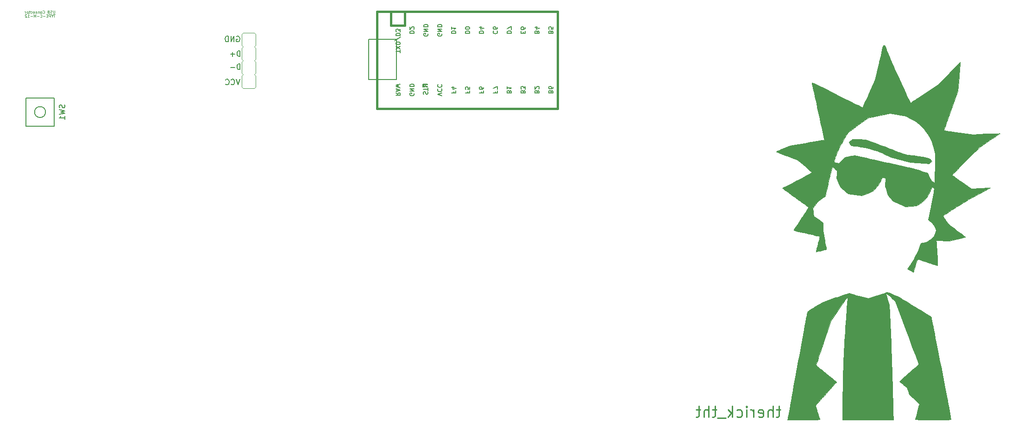
<source format=gbr>
G04 #@! TF.GenerationSoftware,KiCad,Pcbnew,(5.1.2-1)-1*
G04 #@! TF.CreationDate,2019-11-27T15:24:53-06:00*
G04 #@! TF.ProjectId,therick_THT,74686572-6963-46b5-9f54-48542e6b6963,rev?*
G04 #@! TF.SameCoordinates,Original*
G04 #@! TF.FileFunction,Legend,Bot*
G04 #@! TF.FilePolarity,Positive*
%FSLAX46Y46*%
G04 Gerber Fmt 4.6, Leading zero omitted, Abs format (unit mm)*
G04 Created by KiCad (PCBNEW (5.1.2-1)-1) date 2019-11-27 15:24:53*
%MOMM*%
%LPD*%
G04 APERTURE LIST*
%ADD10C,0.150000*%
%ADD11C,0.250000*%
%ADD12C,0.120000*%
%ADD13C,0.381000*%
%ADD14C,0.010000*%
%ADD15C,0.125000*%
G04 APERTURE END LIST*
D10*
X149288500Y-40640000D02*
X144208500Y-40640000D01*
X149288500Y-48006000D02*
X149288500Y-40640000D01*
X144208500Y-48006000D02*
X149288500Y-48006000D01*
X144208500Y-40640000D02*
X144208500Y-48006000D01*
D11*
X219515773Y-108496428D02*
X218753869Y-108496428D01*
X219230059Y-107829761D02*
X219230059Y-109544047D01*
X219134821Y-109734523D01*
X218944345Y-109829761D01*
X218753869Y-109829761D01*
X218087202Y-109829761D02*
X218087202Y-107829761D01*
X217230059Y-109829761D02*
X217230059Y-108782142D01*
X217325297Y-108591666D01*
X217515773Y-108496428D01*
X217801488Y-108496428D01*
X217991964Y-108591666D01*
X218087202Y-108686904D01*
X215515773Y-109734523D02*
X215706250Y-109829761D01*
X216087202Y-109829761D01*
X216277678Y-109734523D01*
X216372916Y-109544047D01*
X216372916Y-108782142D01*
X216277678Y-108591666D01*
X216087202Y-108496428D01*
X215706250Y-108496428D01*
X215515773Y-108591666D01*
X215420535Y-108782142D01*
X215420535Y-108972619D01*
X216372916Y-109163095D01*
X214563392Y-109829761D02*
X214563392Y-108496428D01*
X214563392Y-108877380D02*
X214468154Y-108686904D01*
X214372916Y-108591666D01*
X214182440Y-108496428D01*
X213991964Y-108496428D01*
X213325297Y-109829761D02*
X213325297Y-108496428D01*
X213325297Y-107829761D02*
X213420535Y-107925000D01*
X213325297Y-108020238D01*
X213230059Y-107925000D01*
X213325297Y-107829761D01*
X213325297Y-108020238D01*
X211515773Y-109734523D02*
X211706250Y-109829761D01*
X212087202Y-109829761D01*
X212277678Y-109734523D01*
X212372916Y-109639285D01*
X212468154Y-109448809D01*
X212468154Y-108877380D01*
X212372916Y-108686904D01*
X212277678Y-108591666D01*
X212087202Y-108496428D01*
X211706250Y-108496428D01*
X211515773Y-108591666D01*
X210658630Y-109829761D02*
X210658630Y-107829761D01*
X210468154Y-109067857D02*
X209896726Y-109829761D01*
X209896726Y-108496428D02*
X210658630Y-109258333D01*
X209515773Y-110020238D02*
X207991964Y-110020238D01*
X207801488Y-108496428D02*
X207039583Y-108496428D01*
X207515773Y-107829761D02*
X207515773Y-109544047D01*
X207420535Y-109734523D01*
X207230059Y-109829761D01*
X207039583Y-109829761D01*
X206372916Y-109829761D02*
X206372916Y-107829761D01*
X205515773Y-109829761D02*
X205515773Y-108782142D01*
X205611011Y-108591666D01*
X205801488Y-108496428D01*
X206087202Y-108496428D01*
X206277678Y-108591666D01*
X206372916Y-108686904D01*
X204849107Y-108496428D02*
X204087202Y-108496428D01*
X204563392Y-107829761D02*
X204563392Y-109544047D01*
X204468154Y-109734523D01*
X204277678Y-109829761D01*
X204087202Y-109829761D01*
D10*
X81537500Y-51375000D02*
X81537500Y-56575000D01*
X81537500Y-56575000D02*
X86737500Y-56575000D01*
X86737500Y-56575000D02*
X86737500Y-51375000D01*
X86737500Y-51375000D02*
X81537500Y-51375000D01*
X85137500Y-53975000D02*
G75*
G03X85137500Y-53975000I-1000000J0D01*
G01*
D12*
X123266000Y-49600000D02*
X121234000Y-49600000D01*
X123266000Y-44520000D02*
X123520000Y-44266000D01*
X123520000Y-46806000D02*
X123520000Y-44774000D01*
X123520000Y-41726000D02*
X123520000Y-39694000D01*
X123520000Y-39694000D02*
X123266000Y-39440000D01*
X123520000Y-44266000D02*
X123520000Y-42234000D01*
X123266000Y-49600000D02*
X123520000Y-49346000D01*
X123266000Y-47060000D02*
X123520000Y-46806000D01*
X123520000Y-42234000D02*
X123266000Y-41980000D01*
X123266000Y-41980000D02*
X123520000Y-41726000D01*
X123520000Y-49346000D02*
X123520000Y-47314000D01*
X123520000Y-44774000D02*
X123266000Y-44520000D01*
X123520000Y-47314000D02*
X123266000Y-47060000D01*
X123266000Y-49600000D02*
X123520000Y-49346000D01*
X123520000Y-39694000D02*
X123266000Y-39440000D01*
X121234000Y-39440000D02*
X123266000Y-39440000D01*
X120980000Y-39694000D02*
X121234000Y-39440000D01*
X120980000Y-47314000D02*
X120980000Y-49346000D01*
X120980000Y-49346000D02*
X121234000Y-49600000D01*
X121234000Y-47060000D02*
X120980000Y-47314000D01*
X120980000Y-46806000D02*
X121234000Y-47060000D01*
X120980000Y-44774000D02*
X120980000Y-46806000D01*
X121234000Y-44520000D02*
X120980000Y-44774000D01*
X120980000Y-44266000D02*
X121234000Y-44520000D01*
X120980000Y-42234000D02*
X120980000Y-44266000D01*
X121234000Y-41980000D02*
X120980000Y-42234000D01*
X120980000Y-41726000D02*
X121234000Y-41980000D01*
X120980000Y-41472000D02*
X120980000Y-41726000D01*
X120980000Y-39694000D02*
X120980000Y-41472000D01*
D13*
X148272500Y-38100000D02*
X148272500Y-35560000D01*
X145732500Y-35560000D02*
X148272500Y-35560000D01*
X145732500Y-53340000D02*
X145732500Y-35560000D01*
X148272500Y-53340000D02*
X145732500Y-53340000D01*
D10*
G36*
X154751860Y-49381568D02*
G01*
X154951860Y-49381568D01*
X154951860Y-49281568D01*
X154751860Y-49281568D01*
X154751860Y-49381568D01*
G37*
X154751860Y-49381568D02*
X154951860Y-49381568D01*
X154951860Y-49281568D01*
X154751860Y-49281568D01*
X154751860Y-49381568D01*
G36*
X154151860Y-48981568D02*
G01*
X154951860Y-48981568D01*
X154951860Y-48881568D01*
X154151860Y-48881568D01*
X154151860Y-48981568D01*
G37*
X154151860Y-48981568D02*
X154951860Y-48981568D01*
X154951860Y-48881568D01*
X154151860Y-48881568D01*
X154151860Y-48981568D01*
G36*
X154151860Y-49381568D02*
G01*
X154251860Y-49381568D01*
X154251860Y-48881568D01*
X154151860Y-48881568D01*
X154151860Y-49381568D01*
G37*
X154151860Y-49381568D02*
X154251860Y-49381568D01*
X154251860Y-48881568D01*
X154151860Y-48881568D01*
X154151860Y-49381568D01*
G36*
X154551860Y-49181568D02*
G01*
X154651860Y-49181568D01*
X154651860Y-49081568D01*
X154551860Y-49081568D01*
X154551860Y-49181568D01*
G37*
X154551860Y-49181568D02*
X154651860Y-49181568D01*
X154651860Y-49081568D01*
X154551860Y-49081568D01*
X154551860Y-49181568D01*
G36*
X154151860Y-49381568D02*
G01*
X154451860Y-49381568D01*
X154451860Y-49281568D01*
X154151860Y-49281568D01*
X154151860Y-49381568D01*
G37*
X154151860Y-49381568D02*
X154451860Y-49381568D01*
X154451860Y-49281568D01*
X154151860Y-49281568D01*
X154151860Y-49381568D01*
D13*
X150812500Y-38100000D02*
X150812500Y-35560000D01*
X148272500Y-38100000D02*
X150812500Y-38100000D01*
X178752500Y-53340000D02*
X148272500Y-53340000D01*
X178752500Y-35560000D02*
X178752500Y-53340000D01*
X148272500Y-35560000D02*
X178752500Y-35560000D01*
D14*
G36*
X238766725Y-86989189D02*
G01*
X238755046Y-87011614D01*
X238691122Y-87047391D01*
X238522006Y-87115142D01*
X238263787Y-87209164D01*
X237932556Y-87323759D01*
X237544404Y-87453224D01*
X237133478Y-87586109D01*
X235533450Y-88095990D01*
X233800100Y-87641289D01*
X233350735Y-87522022D01*
X232942444Y-87411001D01*
X232591115Y-87312759D01*
X232312640Y-87231830D01*
X232122908Y-87172750D01*
X232037810Y-87140051D01*
X232035000Y-87137625D01*
X231970206Y-87147250D01*
X231798525Y-87195209D01*
X231532750Y-87277341D01*
X231185674Y-87389488D01*
X230770091Y-87527490D01*
X230298793Y-87687187D01*
X229784574Y-87864420D01*
X229573701Y-87937904D01*
X227144152Y-88787146D01*
X225858951Y-89591816D01*
X225493987Y-89821204D01*
X225162585Y-90031171D01*
X224880774Y-90211427D01*
X224664578Y-90351684D01*
X224530026Y-90441652D01*
X224494302Y-90467959D01*
X224453303Y-90554500D01*
X224397672Y-90740363D01*
X224334209Y-90999689D01*
X224269717Y-91306623D01*
X224258968Y-91362591D01*
X224164575Y-91863615D01*
X224051384Y-92468794D01*
X223921632Y-93165919D01*
X223777555Y-93942782D01*
X223621389Y-94787175D01*
X223455370Y-95686889D01*
X223281734Y-96629716D01*
X223102717Y-97603446D01*
X222920556Y-98595872D01*
X222737486Y-99594786D01*
X222555745Y-100587977D01*
X222377566Y-101563239D01*
X222205188Y-102508362D01*
X222040846Y-103411139D01*
X221886777Y-104259360D01*
X221745215Y-105040817D01*
X221618399Y-105743302D01*
X221508563Y-106354606D01*
X221417943Y-106862521D01*
X221363323Y-107171750D01*
X221259464Y-107762400D01*
X221161380Y-108318033D01*
X221071433Y-108825418D01*
X220991988Y-109271326D01*
X220925406Y-109642528D01*
X220874050Y-109925792D01*
X220840284Y-110107890D01*
X220827454Y-110172125D01*
X220793081Y-110315000D01*
X223747041Y-110315000D01*
X224345895Y-110314068D01*
X224904062Y-110311399D01*
X225409078Y-110307182D01*
X225848479Y-110301605D01*
X226209800Y-110294859D01*
X226480577Y-110287131D01*
X226648345Y-110278612D01*
X226701000Y-110270193D01*
X226681088Y-110199067D01*
X226625567Y-110026991D01*
X226540766Y-109772889D01*
X226433010Y-109455688D01*
X226308627Y-109094313D01*
X226288251Y-109035517D01*
X226161384Y-108665337D01*
X226050312Y-108332736D01*
X225961436Y-108057588D01*
X225901159Y-107859769D01*
X225875882Y-107759154D01*
X225875501Y-107754105D01*
X225917075Y-107689581D01*
X226036054Y-107541486D01*
X226223820Y-107319680D01*
X226471758Y-107034026D01*
X226771251Y-106694382D01*
X227113683Y-106310610D01*
X227490436Y-105892571D01*
X227796375Y-105555868D01*
X228193429Y-105119755D01*
X228563320Y-104712226D01*
X228897402Y-104342896D01*
X229187031Y-104021382D01*
X229423561Y-103757298D01*
X229598347Y-103560260D01*
X229702743Y-103439885D01*
X229729730Y-103405460D01*
X229684583Y-103357467D01*
X229550558Y-103239679D01*
X229338449Y-103060999D01*
X229059055Y-102830333D01*
X228723170Y-102556587D01*
X228341593Y-102248665D01*
X227925118Y-101915472D01*
X227872355Y-101873455D01*
X227451315Y-101536032D01*
X227063398Y-101220719D01*
X226719531Y-100936737D01*
X226430640Y-100693306D01*
X226207653Y-100499644D01*
X226061496Y-100364972D01*
X226003098Y-100298509D01*
X226002500Y-100295767D01*
X226022659Y-100221809D01*
X226080855Y-100037974D01*
X226173672Y-99754432D01*
X226297694Y-99381349D01*
X226449503Y-98928895D01*
X226625682Y-98407236D01*
X226822814Y-97826541D01*
X227037483Y-97196978D01*
X227266270Y-96528714D01*
X227369576Y-96227811D01*
X228736652Y-92249250D01*
X230147701Y-90127458D01*
X230522153Y-89565020D01*
X230832869Y-89100033D01*
X231085948Y-88723871D01*
X231287488Y-88427908D01*
X231443587Y-88203516D01*
X231560343Y-88042072D01*
X231643854Y-87934948D01*
X231700219Y-87873518D01*
X231735535Y-87849157D01*
X231755639Y-87852971D01*
X231755539Y-87919078D01*
X231745842Y-88098614D01*
X231727495Y-88378450D01*
X231701444Y-88745453D01*
X231668636Y-89186492D01*
X231630018Y-89688437D01*
X231586537Y-90238154D01*
X231559713Y-90570620D01*
X231515998Y-91134561D01*
X231467662Y-91804099D01*
X231416050Y-92557969D01*
X231362506Y-93374909D01*
X231308376Y-94233654D01*
X231255004Y-95112941D01*
X231203736Y-95991507D01*
X231155915Y-96848088D01*
X231120189Y-97519750D01*
X231070265Y-98499267D01*
X231027685Y-99376938D01*
X230991694Y-100177165D01*
X230961540Y-100924356D01*
X230936469Y-101642913D01*
X230915727Y-102357244D01*
X230898562Y-103091752D01*
X230884220Y-103870843D01*
X230871948Y-104718922D01*
X230860992Y-105660395D01*
X230857048Y-106044625D01*
X230814487Y-110315000D01*
X240099500Y-110315000D01*
X240099326Y-109727625D01*
X240097312Y-109543732D01*
X240091613Y-109248522D01*
X240082633Y-108857611D01*
X240070777Y-108386615D01*
X240056451Y-107851150D01*
X240040058Y-107266833D01*
X240022003Y-106649280D01*
X240005109Y-106092250D01*
X239983833Y-105394301D01*
X239960005Y-104598013D01*
X239934456Y-103732002D01*
X239908014Y-102824883D01*
X239881510Y-101905272D01*
X239855775Y-101001785D01*
X239831637Y-100143038D01*
X239812636Y-99456500D01*
X239788274Y-98644962D01*
X239757768Y-97751755D01*
X239722395Y-96807632D01*
X239683430Y-95843344D01*
X239642153Y-94889646D01*
X239599838Y-93977289D01*
X239557765Y-93137027D01*
X239525754Y-92548239D01*
X239337302Y-89227728D01*
X239045762Y-88209670D01*
X238951003Y-87869732D01*
X238873388Y-87573670D01*
X238817991Y-87342350D01*
X238789887Y-87196637D01*
X238789557Y-87156277D01*
X238853622Y-87177437D01*
X238991648Y-87276812D01*
X239189000Y-87441625D01*
X239431040Y-87659098D01*
X239703132Y-87916456D01*
X239990638Y-88200921D01*
X240017476Y-88228135D01*
X240475202Y-88693250D01*
X242605101Y-94359171D01*
X242909861Y-95170766D01*
X243201583Y-95949354D01*
X243477190Y-96686626D01*
X243733605Y-97374270D01*
X243967751Y-98003977D01*
X244176549Y-98567436D01*
X244356922Y-99056338D01*
X244505793Y-99462372D01*
X244620084Y-99777229D01*
X244696718Y-99992597D01*
X244732617Y-100100168D01*
X244735000Y-100110560D01*
X244688730Y-100170641D01*
X244557066Y-100303825D01*
X244350731Y-100500204D01*
X244080447Y-100749870D01*
X243756938Y-101042915D01*
X243390926Y-101369432D01*
X243004625Y-101709463D01*
X242608056Y-102057543D01*
X242243474Y-102379916D01*
X241921563Y-102666953D01*
X241653005Y-102909027D01*
X241448481Y-103096510D01*
X241318675Y-103219774D01*
X241274250Y-103268998D01*
X241320877Y-103323744D01*
X241448711Y-103441764D01*
X241639683Y-103607124D01*
X241875725Y-103803894D01*
X241945727Y-103861062D01*
X242617204Y-104407025D01*
X242818255Y-105059137D01*
X243019306Y-105711250D01*
X243940653Y-106530694D01*
X244241840Y-106804179D01*
X244497576Y-107047405D01*
X244694839Y-107247211D01*
X244820606Y-107390434D01*
X244862000Y-107461901D01*
X244845896Y-107546551D01*
X244801549Y-107731345D01*
X244734909Y-107994116D01*
X244651928Y-108312699D01*
X244558554Y-108664927D01*
X244460740Y-109028634D01*
X244364434Y-109381653D01*
X244275587Y-109701819D01*
X244200150Y-109966964D01*
X244144072Y-110154922D01*
X244118728Y-110230788D01*
X244130300Y-110249964D01*
X244187011Y-110266122D01*
X244297945Y-110279496D01*
X244472190Y-110290323D01*
X244718831Y-110298839D01*
X245046955Y-110305279D01*
X245465647Y-110309879D01*
X245983993Y-110312875D01*
X246611080Y-110314504D01*
X247355995Y-110314999D01*
X247363457Y-110315000D01*
X248103316Y-110314595D01*
X248725815Y-110313201D01*
X249240591Y-110310552D01*
X249657281Y-110306381D01*
X249985522Y-110300418D01*
X250234952Y-110292398D01*
X250415207Y-110282053D01*
X250535927Y-110269115D01*
X250606746Y-110253317D01*
X250637304Y-110234391D01*
X250640500Y-110224076D01*
X250628678Y-110133661D01*
X250594286Y-109928417D01*
X250538935Y-109616684D01*
X250464236Y-109206805D01*
X250371800Y-108707121D01*
X250263238Y-108125973D01*
X250140161Y-107471702D01*
X250004180Y-106752651D01*
X249856906Y-105977160D01*
X249699951Y-105153571D01*
X249534924Y-104290226D01*
X249363437Y-103395466D01*
X249187101Y-102477632D01*
X249007527Y-101545066D01*
X248826326Y-100606109D01*
X248645110Y-99669103D01*
X248465488Y-98742390D01*
X248289072Y-97834310D01*
X248117474Y-96953205D01*
X247952304Y-96107417D01*
X247795172Y-95305286D01*
X247647691Y-94555156D01*
X247511471Y-93865366D01*
X247388123Y-93244259D01*
X247279258Y-92700175D01*
X247186487Y-92241457D01*
X247111421Y-91876446D01*
X247055671Y-91613483D01*
X247020848Y-91460909D01*
X247009612Y-91424067D01*
X246940822Y-91377366D01*
X246773685Y-91271110D01*
X246518439Y-91111616D01*
X246185320Y-90905201D01*
X245784563Y-90658180D01*
X245326405Y-90376869D01*
X244821083Y-90067586D01*
X244278832Y-89736645D01*
X243974971Y-89551585D01*
X243285057Y-89132762D01*
X242691308Y-88774889D01*
X242182260Y-88471493D01*
X241746454Y-88216097D01*
X241372428Y-88002229D01*
X241048722Y-87823415D01*
X240763874Y-87673180D01*
X240506423Y-87545051D01*
X240264908Y-87432552D01*
X240079997Y-87351396D01*
X239625820Y-87164002D01*
X239275102Y-87036058D01*
X239020146Y-86965591D01*
X238853253Y-86950626D01*
X238766725Y-86989189D01*
X238766725Y-86989189D01*
G37*
X238766725Y-86989189D02*
X238755046Y-87011614D01*
X238691122Y-87047391D01*
X238522006Y-87115142D01*
X238263787Y-87209164D01*
X237932556Y-87323759D01*
X237544404Y-87453224D01*
X237133478Y-87586109D01*
X235533450Y-88095990D01*
X233800100Y-87641289D01*
X233350735Y-87522022D01*
X232942444Y-87411001D01*
X232591115Y-87312759D01*
X232312640Y-87231830D01*
X232122908Y-87172750D01*
X232037810Y-87140051D01*
X232035000Y-87137625D01*
X231970206Y-87147250D01*
X231798525Y-87195209D01*
X231532750Y-87277341D01*
X231185674Y-87389488D01*
X230770091Y-87527490D01*
X230298793Y-87687187D01*
X229784574Y-87864420D01*
X229573701Y-87937904D01*
X227144152Y-88787146D01*
X225858951Y-89591816D01*
X225493987Y-89821204D01*
X225162585Y-90031171D01*
X224880774Y-90211427D01*
X224664578Y-90351684D01*
X224530026Y-90441652D01*
X224494302Y-90467959D01*
X224453303Y-90554500D01*
X224397672Y-90740363D01*
X224334209Y-90999689D01*
X224269717Y-91306623D01*
X224258968Y-91362591D01*
X224164575Y-91863615D01*
X224051384Y-92468794D01*
X223921632Y-93165919D01*
X223777555Y-93942782D01*
X223621389Y-94787175D01*
X223455370Y-95686889D01*
X223281734Y-96629716D01*
X223102717Y-97603446D01*
X222920556Y-98595872D01*
X222737486Y-99594786D01*
X222555745Y-100587977D01*
X222377566Y-101563239D01*
X222205188Y-102508362D01*
X222040846Y-103411139D01*
X221886777Y-104259360D01*
X221745215Y-105040817D01*
X221618399Y-105743302D01*
X221508563Y-106354606D01*
X221417943Y-106862521D01*
X221363323Y-107171750D01*
X221259464Y-107762400D01*
X221161380Y-108318033D01*
X221071433Y-108825418D01*
X220991988Y-109271326D01*
X220925406Y-109642528D01*
X220874050Y-109925792D01*
X220840284Y-110107890D01*
X220827454Y-110172125D01*
X220793081Y-110315000D01*
X223747041Y-110315000D01*
X224345895Y-110314068D01*
X224904062Y-110311399D01*
X225409078Y-110307182D01*
X225848479Y-110301605D01*
X226209800Y-110294859D01*
X226480577Y-110287131D01*
X226648345Y-110278612D01*
X226701000Y-110270193D01*
X226681088Y-110199067D01*
X226625567Y-110026991D01*
X226540766Y-109772889D01*
X226433010Y-109455688D01*
X226308627Y-109094313D01*
X226288251Y-109035517D01*
X226161384Y-108665337D01*
X226050312Y-108332736D01*
X225961436Y-108057588D01*
X225901159Y-107859769D01*
X225875882Y-107759154D01*
X225875501Y-107754105D01*
X225917075Y-107689581D01*
X226036054Y-107541486D01*
X226223820Y-107319680D01*
X226471758Y-107034026D01*
X226771251Y-106694382D01*
X227113683Y-106310610D01*
X227490436Y-105892571D01*
X227796375Y-105555868D01*
X228193429Y-105119755D01*
X228563320Y-104712226D01*
X228897402Y-104342896D01*
X229187031Y-104021382D01*
X229423561Y-103757298D01*
X229598347Y-103560260D01*
X229702743Y-103439885D01*
X229729730Y-103405460D01*
X229684583Y-103357467D01*
X229550558Y-103239679D01*
X229338449Y-103060999D01*
X229059055Y-102830333D01*
X228723170Y-102556587D01*
X228341593Y-102248665D01*
X227925118Y-101915472D01*
X227872355Y-101873455D01*
X227451315Y-101536032D01*
X227063398Y-101220719D01*
X226719531Y-100936737D01*
X226430640Y-100693306D01*
X226207653Y-100499644D01*
X226061496Y-100364972D01*
X226003098Y-100298509D01*
X226002500Y-100295767D01*
X226022659Y-100221809D01*
X226080855Y-100037974D01*
X226173672Y-99754432D01*
X226297694Y-99381349D01*
X226449503Y-98928895D01*
X226625682Y-98407236D01*
X226822814Y-97826541D01*
X227037483Y-97196978D01*
X227266270Y-96528714D01*
X227369576Y-96227811D01*
X228736652Y-92249250D01*
X230147701Y-90127458D01*
X230522153Y-89565020D01*
X230832869Y-89100033D01*
X231085948Y-88723871D01*
X231287488Y-88427908D01*
X231443587Y-88203516D01*
X231560343Y-88042072D01*
X231643854Y-87934948D01*
X231700219Y-87873518D01*
X231735535Y-87849157D01*
X231755639Y-87852971D01*
X231755539Y-87919078D01*
X231745842Y-88098614D01*
X231727495Y-88378450D01*
X231701444Y-88745453D01*
X231668636Y-89186492D01*
X231630018Y-89688437D01*
X231586537Y-90238154D01*
X231559713Y-90570620D01*
X231515998Y-91134561D01*
X231467662Y-91804099D01*
X231416050Y-92557969D01*
X231362506Y-93374909D01*
X231308376Y-94233654D01*
X231255004Y-95112941D01*
X231203736Y-95991507D01*
X231155915Y-96848088D01*
X231120189Y-97519750D01*
X231070265Y-98499267D01*
X231027685Y-99376938D01*
X230991694Y-100177165D01*
X230961540Y-100924356D01*
X230936469Y-101642913D01*
X230915727Y-102357244D01*
X230898562Y-103091752D01*
X230884220Y-103870843D01*
X230871948Y-104718922D01*
X230860992Y-105660395D01*
X230857048Y-106044625D01*
X230814487Y-110315000D01*
X240099500Y-110315000D01*
X240099326Y-109727625D01*
X240097312Y-109543732D01*
X240091613Y-109248522D01*
X240082633Y-108857611D01*
X240070777Y-108386615D01*
X240056451Y-107851150D01*
X240040058Y-107266833D01*
X240022003Y-106649280D01*
X240005109Y-106092250D01*
X239983833Y-105394301D01*
X239960005Y-104598013D01*
X239934456Y-103732002D01*
X239908014Y-102824883D01*
X239881510Y-101905272D01*
X239855775Y-101001785D01*
X239831637Y-100143038D01*
X239812636Y-99456500D01*
X239788274Y-98644962D01*
X239757768Y-97751755D01*
X239722395Y-96807632D01*
X239683430Y-95843344D01*
X239642153Y-94889646D01*
X239599838Y-93977289D01*
X239557765Y-93137027D01*
X239525754Y-92548239D01*
X239337302Y-89227728D01*
X239045762Y-88209670D01*
X238951003Y-87869732D01*
X238873388Y-87573670D01*
X238817991Y-87342350D01*
X238789887Y-87196637D01*
X238789557Y-87156277D01*
X238853622Y-87177437D01*
X238991648Y-87276812D01*
X239189000Y-87441625D01*
X239431040Y-87659098D01*
X239703132Y-87916456D01*
X239990638Y-88200921D01*
X240017476Y-88228135D01*
X240475202Y-88693250D01*
X242605101Y-94359171D01*
X242909861Y-95170766D01*
X243201583Y-95949354D01*
X243477190Y-96686626D01*
X243733605Y-97374270D01*
X243967751Y-98003977D01*
X244176549Y-98567436D01*
X244356922Y-99056338D01*
X244505793Y-99462372D01*
X244620084Y-99777229D01*
X244696718Y-99992597D01*
X244732617Y-100100168D01*
X244735000Y-100110560D01*
X244688730Y-100170641D01*
X244557066Y-100303825D01*
X244350731Y-100500204D01*
X244080447Y-100749870D01*
X243756938Y-101042915D01*
X243390926Y-101369432D01*
X243004625Y-101709463D01*
X242608056Y-102057543D01*
X242243474Y-102379916D01*
X241921563Y-102666953D01*
X241653005Y-102909027D01*
X241448481Y-103096510D01*
X241318675Y-103219774D01*
X241274250Y-103268998D01*
X241320877Y-103323744D01*
X241448711Y-103441764D01*
X241639683Y-103607124D01*
X241875725Y-103803894D01*
X241945727Y-103861062D01*
X242617204Y-104407025D01*
X242818255Y-105059137D01*
X243019306Y-105711250D01*
X243940653Y-106530694D01*
X244241840Y-106804179D01*
X244497576Y-107047405D01*
X244694839Y-107247211D01*
X244820606Y-107390434D01*
X244862000Y-107461901D01*
X244845896Y-107546551D01*
X244801549Y-107731345D01*
X244734909Y-107994116D01*
X244651928Y-108312699D01*
X244558554Y-108664927D01*
X244460740Y-109028634D01*
X244364434Y-109381653D01*
X244275587Y-109701819D01*
X244200150Y-109966964D01*
X244144072Y-110154922D01*
X244118728Y-110230788D01*
X244130300Y-110249964D01*
X244187011Y-110266122D01*
X244297945Y-110279496D01*
X244472190Y-110290323D01*
X244718831Y-110298839D01*
X245046955Y-110305279D01*
X245465647Y-110309879D01*
X245983993Y-110312875D01*
X246611080Y-110314504D01*
X247355995Y-110314999D01*
X247363457Y-110315000D01*
X248103316Y-110314595D01*
X248725815Y-110313201D01*
X249240591Y-110310552D01*
X249657281Y-110306381D01*
X249985522Y-110300418D01*
X250234952Y-110292398D01*
X250415207Y-110282053D01*
X250535927Y-110269115D01*
X250606746Y-110253317D01*
X250637304Y-110234391D01*
X250640500Y-110224076D01*
X250628678Y-110133661D01*
X250594286Y-109928417D01*
X250538935Y-109616684D01*
X250464236Y-109206805D01*
X250371800Y-108707121D01*
X250263238Y-108125973D01*
X250140161Y-107471702D01*
X250004180Y-106752651D01*
X249856906Y-105977160D01*
X249699951Y-105153571D01*
X249534924Y-104290226D01*
X249363437Y-103395466D01*
X249187101Y-102477632D01*
X249007527Y-101545066D01*
X248826326Y-100606109D01*
X248645110Y-99669103D01*
X248465488Y-98742390D01*
X248289072Y-97834310D01*
X248117474Y-96953205D01*
X247952304Y-96107417D01*
X247795172Y-95305286D01*
X247647691Y-94555156D01*
X247511471Y-93865366D01*
X247388123Y-93244259D01*
X247279258Y-92700175D01*
X247186487Y-92241457D01*
X247111421Y-91876446D01*
X247055671Y-91613483D01*
X247020848Y-91460909D01*
X247009612Y-91424067D01*
X246940822Y-91377366D01*
X246773685Y-91271110D01*
X246518439Y-91111616D01*
X246185320Y-90905201D01*
X245784563Y-90658180D01*
X245326405Y-90376869D01*
X244821083Y-90067586D01*
X244278832Y-89736645D01*
X243974971Y-89551585D01*
X243285057Y-89132762D01*
X242691308Y-88774889D01*
X242182260Y-88471493D01*
X241746454Y-88216097D01*
X241372428Y-88002229D01*
X241048722Y-87823415D01*
X240763874Y-87673180D01*
X240506423Y-87545051D01*
X240264908Y-87432552D01*
X240079997Y-87351396D01*
X239625820Y-87164002D01*
X239275102Y-87036058D01*
X239020146Y-86965591D01*
X238853253Y-86950626D01*
X238766725Y-86989189D01*
G36*
X238293653Y-41747196D02*
G01*
X238258000Y-41769092D01*
X238243467Y-41835634D01*
X238201745Y-42013825D01*
X238135657Y-42291909D01*
X238048024Y-42658133D01*
X237941666Y-43100742D01*
X237819404Y-43607980D01*
X237684059Y-44168092D01*
X237538452Y-44769325D01*
X237497147Y-44939647D01*
X236736293Y-48076108D01*
X235639772Y-50588508D01*
X235372918Y-51195469D01*
X235132830Y-51732574D01*
X234923138Y-52192108D01*
X234747471Y-52566353D01*
X234609459Y-52847593D01*
X234512733Y-53028114D01*
X234460922Y-53100199D01*
X234457665Y-53101203D01*
X234388958Y-53073237D01*
X234215611Y-52992092D01*
X233946247Y-52862046D01*
X233589487Y-52687373D01*
X233153954Y-52472349D01*
X232648270Y-52221249D01*
X232081056Y-51938348D01*
X231460935Y-51627921D01*
X230796529Y-51294244D01*
X230096460Y-50941593D01*
X229771813Y-50777707D01*
X228932596Y-50354127D01*
X228199676Y-49985061D01*
X227566244Y-49667264D01*
X227025490Y-49397494D01*
X226570605Y-49172506D01*
X226194779Y-48989055D01*
X225891204Y-48843899D01*
X225653070Y-48733792D01*
X225473568Y-48655492D01*
X225345889Y-48605753D01*
X225263223Y-48581332D01*
X225218760Y-48578985D01*
X225205693Y-48595468D01*
X225206689Y-48602832D01*
X225253027Y-48803490D01*
X225320909Y-49103513D01*
X225407924Y-49491900D01*
X225511662Y-49957648D01*
X225629711Y-50489755D01*
X225759660Y-51077219D01*
X225899097Y-51709038D01*
X226045611Y-52374210D01*
X226196791Y-53061732D01*
X226350225Y-53760603D01*
X226503503Y-54459821D01*
X226654214Y-55148383D01*
X226799945Y-55815288D01*
X226938285Y-56449533D01*
X227066825Y-57040116D01*
X227183151Y-57576035D01*
X227284853Y-58046288D01*
X227369520Y-58439873D01*
X227434740Y-58745787D01*
X227478102Y-58953029D01*
X227497195Y-59050597D01*
X227497824Y-59056842D01*
X227433166Y-59070541D01*
X227255126Y-59102373D01*
X226975718Y-59150331D01*
X226606953Y-59212408D01*
X226160843Y-59286598D01*
X225649400Y-59370895D01*
X225084637Y-59463291D01*
X224478565Y-59561780D01*
X224364819Y-59580194D01*
X221251470Y-60083889D01*
X219975735Y-60639468D01*
X219604080Y-60802770D01*
X219275076Y-60950100D01*
X219005423Y-61073751D01*
X218811818Y-61166017D01*
X218710962Y-61219189D01*
X218700267Y-61228149D01*
X218757475Y-61257724D01*
X218919755Y-61326484D01*
X219173291Y-61428956D01*
X219504264Y-61559666D01*
X219898857Y-61713143D01*
X220343253Y-61883914D01*
X220673343Y-62009592D01*
X222646152Y-62757935D01*
X223943326Y-63872514D01*
X224286108Y-64168592D01*
X224594912Y-64438289D01*
X224857245Y-64670453D01*
X225060614Y-64853932D01*
X225192524Y-64977573D01*
X225240483Y-65030225D01*
X225240500Y-65030463D01*
X225186411Y-65070251D01*
X225033461Y-65160895D01*
X224795627Y-65294974D01*
X224486886Y-65465064D01*
X224121216Y-65663741D01*
X223712593Y-65883583D01*
X223274993Y-66117165D01*
X222822395Y-66357066D01*
X222368775Y-66595860D01*
X221928111Y-66826126D01*
X221514378Y-67040440D01*
X221141554Y-67231378D01*
X220823617Y-67391517D01*
X220574542Y-67513434D01*
X220493875Y-67551434D01*
X220234747Y-67675318D01*
X220024558Y-67783342D01*
X219886476Y-67863087D01*
X219843000Y-67900274D01*
X219893086Y-67945738D01*
X220036526Y-68057184D01*
X220263094Y-68227107D01*
X220562566Y-68448004D01*
X220924715Y-68712368D01*
X221339317Y-69012697D01*
X221796146Y-69341485D01*
X222224250Y-69647890D01*
X222709936Y-69996075D01*
X223162324Y-70323189D01*
X223571177Y-70621627D01*
X223926258Y-70883784D01*
X224217331Y-71102058D01*
X224434160Y-71268844D01*
X224566506Y-71376539D01*
X224604960Y-71416321D01*
X224571036Y-71482911D01*
X224474544Y-71643529D01*
X224323033Y-71886316D01*
X224124052Y-72199409D01*
X223885152Y-72570950D01*
X223613880Y-72989076D01*
X223317788Y-73441928D01*
X223247791Y-73548500D01*
X222948262Y-74005463D01*
X222672653Y-74428462D01*
X222428352Y-74805969D01*
X222222744Y-75126454D01*
X222063217Y-75378390D01*
X221957157Y-75550248D01*
X221911950Y-75630501D01*
X221910991Y-75634868D01*
X221975280Y-75653331D01*
X222149941Y-75696199D01*
X222421371Y-75760320D01*
X222775967Y-75842544D01*
X223200126Y-75939720D01*
X223680246Y-76048698D01*
X224202724Y-76166327D01*
X224290178Y-76185927D01*
X224818340Y-76304662D01*
X225306447Y-76415238D01*
X225740878Y-76514504D01*
X226108012Y-76599313D01*
X226394227Y-76666512D01*
X226585902Y-76712953D01*
X226669415Y-76735486D01*
X226671834Y-76736666D01*
X226662487Y-76801648D01*
X226624052Y-76971579D01*
X226560896Y-77228895D01*
X226477384Y-77556030D01*
X226377881Y-77935419D01*
X226320000Y-78152250D01*
X226213420Y-78551615D01*
X226119744Y-78907344D01*
X226043455Y-79202027D01*
X225989033Y-79418256D01*
X225960958Y-79538621D01*
X225958309Y-79557612D01*
X226021385Y-79548810D01*
X226181992Y-79515317D01*
X226414457Y-79463248D01*
X226693103Y-79398721D01*
X226992256Y-79327853D01*
X227286242Y-79256761D01*
X227549385Y-79191562D01*
X227756011Y-79138373D01*
X227880446Y-79103311D01*
X227904632Y-79093898D01*
X227903839Y-79023799D01*
X227863896Y-78886035D01*
X227855795Y-78864201D01*
X227823442Y-78744856D01*
X227774783Y-78520513D01*
X227713762Y-78211548D01*
X227644324Y-77838339D01*
X227570413Y-77421261D01*
X227525288Y-77156816D01*
X227430376Y-76571808D01*
X227360252Y-76088396D01*
X227312347Y-75684157D01*
X227284094Y-75336668D01*
X227272925Y-75023506D01*
X227272500Y-74949373D01*
X227272500Y-74245362D01*
X226415250Y-73609696D01*
X226132094Y-73398646D01*
X225888377Y-73214926D01*
X225700819Y-73071305D01*
X225586136Y-72980555D01*
X225558000Y-72954818D01*
X225549723Y-72888048D01*
X225527309Y-72722096D01*
X225494385Y-72483530D01*
X225462538Y-72255550D01*
X225367075Y-71575494D01*
X225944050Y-70846793D01*
X226188829Y-70543203D01*
X226385019Y-70317594D01*
X226558730Y-70145239D01*
X226736073Y-70001410D01*
X226943158Y-69861379D01*
X227063600Y-69786534D01*
X227300736Y-69632506D01*
X227497420Y-69487786D01*
X227626840Y-69373002D01*
X227661144Y-69326863D01*
X227690919Y-69229491D01*
X227743797Y-69027894D01*
X227814932Y-68741736D01*
X227899478Y-68390677D01*
X227992587Y-67994380D01*
X228037086Y-67801750D01*
X228179789Y-67185631D01*
X228320157Y-66588952D01*
X228455049Y-66024360D01*
X228581325Y-65504504D01*
X228695844Y-65042033D01*
X228795466Y-64649596D01*
X228877050Y-64339840D01*
X228937454Y-64125414D01*
X228973539Y-64018967D01*
X228978428Y-64010670D01*
X229040342Y-64029792D01*
X229170929Y-64119024D01*
X229346444Y-64261369D01*
X229424976Y-64330327D01*
X229830943Y-64694563D01*
X229772908Y-65377653D01*
X229714874Y-66060744D01*
X230092095Y-66885067D01*
X230469316Y-67709391D01*
X231812750Y-68956901D01*
X233101994Y-69112550D01*
X234391237Y-69268199D01*
X235465937Y-68820724D01*
X236540636Y-68373250D01*
X237075479Y-67677958D01*
X237407238Y-67220135D01*
X237653275Y-66817599D01*
X237818087Y-66471458D01*
X237913355Y-66239124D01*
X237989903Y-66056318D01*
X238035783Y-65951410D01*
X238042923Y-65937544D01*
X238108372Y-65939221D01*
X238258305Y-65967817D01*
X238387130Y-65998682D01*
X238714266Y-66082524D01*
X238666482Y-66719887D01*
X238644471Y-67009686D01*
X238631635Y-67224434D01*
X238631774Y-67395774D01*
X238648693Y-67555350D01*
X238686192Y-67734805D01*
X238748074Y-67965781D01*
X238838141Y-68279922D01*
X238865284Y-68374384D01*
X239101681Y-69198750D01*
X239597609Y-69741373D01*
X240093536Y-70283996D01*
X241223643Y-70794432D01*
X242353750Y-71304869D01*
X243369750Y-71233148D01*
X244385750Y-71161428D01*
X245052500Y-70702465D01*
X245360132Y-70484174D01*
X245595238Y-70296180D01*
X245794179Y-70103598D01*
X245993318Y-69871548D01*
X246205818Y-69596063D01*
X246438143Y-69276146D01*
X246608102Y-69010544D01*
X246738001Y-68758913D01*
X246850146Y-68480913D01*
X246898389Y-68343437D01*
X246986676Y-68086922D01*
X247059895Y-67879504D01*
X247108515Y-67747886D01*
X247122573Y-67715414D01*
X247185292Y-67725622D01*
X247322456Y-67777951D01*
X247395972Y-67810664D01*
X247569501Y-67914584D01*
X247628304Y-68009797D01*
X247626351Y-68024000D01*
X247591495Y-68173260D01*
X247537091Y-68425352D01*
X247467545Y-68758385D01*
X247387261Y-69150470D01*
X247300646Y-69579717D01*
X247212104Y-70024236D01*
X247126042Y-70462139D01*
X247046865Y-70871535D01*
X246978978Y-71230535D01*
X246956491Y-71352286D01*
X246880182Y-71764019D01*
X246800320Y-72186322D01*
X246724328Y-72580496D01*
X246659629Y-72907840D01*
X246633694Y-73035036D01*
X246507548Y-73643750D01*
X247042262Y-74151750D01*
X247287767Y-74391291D01*
X247460939Y-74581354D01*
X247586022Y-74754933D01*
X247687263Y-74945018D01*
X247774000Y-75147475D01*
X247971023Y-75635200D01*
X247758564Y-76226975D01*
X247546104Y-76818750D01*
X246878452Y-77306431D01*
X246600094Y-77507573D01*
X246393855Y-77646695D01*
X246230201Y-77737911D01*
X246079599Y-77795332D01*
X245912514Y-77833070D01*
X245712891Y-77863366D01*
X245473766Y-77901465D01*
X245286278Y-77940377D01*
X245183718Y-77972943D01*
X245175511Y-77978934D01*
X245138974Y-78054213D01*
X245070136Y-78222848D01*
X244979400Y-78458588D01*
X244892875Y-78692000D01*
X244678805Y-79232685D01*
X244420907Y-79809335D01*
X244134479Y-80392531D01*
X243834821Y-80952853D01*
X243537231Y-81460884D01*
X243257011Y-81887204D01*
X243167737Y-82009203D01*
X242988413Y-82249304D01*
X242843509Y-82449681D01*
X242746911Y-82590655D01*
X242712507Y-82652548D01*
X242712994Y-82653611D01*
X242772722Y-82691684D01*
X242915691Y-82781730D01*
X243117469Y-82908380D01*
X243257456Y-82996082D01*
X243780161Y-83323345D01*
X243885783Y-82960297D01*
X243944311Y-82757804D01*
X244026846Y-82470518D01*
X244122672Y-82135809D01*
X244221075Y-81791045D01*
X244226573Y-81771750D01*
X244339085Y-81399573D01*
X244434839Y-81129860D01*
X244510746Y-80970581D01*
X244553250Y-80928293D01*
X244634688Y-80943443D01*
X244820379Y-80995036D01*
X245094509Y-81078132D01*
X245441262Y-81187795D01*
X245844823Y-81319086D01*
X246289376Y-81467068D01*
X246419617Y-81511015D01*
X246868680Y-81662180D01*
X247277232Y-81798144D01*
X247630260Y-81914036D01*
X247912753Y-82004985D01*
X248109699Y-82066121D01*
X248206085Y-82092571D01*
X248213186Y-82092981D01*
X248214449Y-82027742D01*
X248209214Y-81853561D01*
X248198410Y-81588278D01*
X248182963Y-81249733D01*
X248163802Y-80855767D01*
X248141853Y-80424220D01*
X248118045Y-79972932D01*
X248093306Y-79519745D01*
X248068562Y-79082497D01*
X248044741Y-78679030D01*
X248022772Y-78327184D01*
X248003581Y-78044799D01*
X248000566Y-78003698D01*
X247961154Y-77474146D01*
X250354750Y-77561832D01*
X251783500Y-77230074D01*
X252192995Y-77133529D01*
X252561157Y-77043947D01*
X252869884Y-76965962D01*
X253101071Y-76904204D01*
X253236613Y-76863308D01*
X253263966Y-76851267D01*
X253230877Y-76801701D01*
X253108604Y-76690579D01*
X252911660Y-76529668D01*
X252654556Y-76330737D01*
X252351803Y-76105554D01*
X252279716Y-76053082D01*
X251780707Y-75691030D01*
X251371925Y-75392630D01*
X251040856Y-75146877D01*
X250774989Y-74942767D01*
X250561810Y-74769296D01*
X250388806Y-74615459D01*
X250243464Y-74470251D01*
X250113271Y-74322669D01*
X249985715Y-74161708D01*
X249848282Y-73976363D01*
X249725406Y-73806720D01*
X249532280Y-73533944D01*
X249371204Y-73295673D01*
X249254741Y-73111360D01*
X249195455Y-73000456D01*
X249190919Y-72979212D01*
X249247141Y-72934004D01*
X249399967Y-72827856D01*
X249638706Y-72667779D01*
X249952668Y-72460785D01*
X250331164Y-72213885D01*
X250763504Y-71934090D01*
X251238999Y-71628411D01*
X251688250Y-71341270D01*
X252349175Y-70921692D01*
X252924006Y-70561165D01*
X253432309Y-70248273D01*
X253893647Y-69971602D01*
X254327587Y-69719735D01*
X254753692Y-69481258D01*
X255191526Y-69244756D01*
X255660655Y-68998812D01*
X256017933Y-68815027D01*
X256462005Y-68587027D01*
X256866636Y-68377476D01*
X257218774Y-68193275D01*
X257505368Y-68041325D01*
X257713367Y-67928526D01*
X257829721Y-67861779D01*
X257849997Y-67846329D01*
X257783550Y-67843215D01*
X257606807Y-67845109D01*
X257336351Y-67851551D01*
X256988768Y-67862084D01*
X256580643Y-67876251D01*
X256128561Y-67893595D01*
X256109850Y-67894346D01*
X254390822Y-67963482D01*
X252610911Y-66744045D01*
X252190450Y-66454830D01*
X251805400Y-66187757D01*
X251467837Y-65951371D01*
X251189834Y-65754223D01*
X250983466Y-65604858D01*
X250860808Y-65511826D01*
X250831000Y-65484008D01*
X250874821Y-65433053D01*
X251000925Y-65300916D01*
X251201276Y-65095699D01*
X251467837Y-64825500D01*
X251792572Y-64498420D01*
X252167443Y-64122560D01*
X252584415Y-63706020D01*
X253035450Y-63256900D01*
X253386936Y-62907828D01*
X254726684Y-61578750D01*
X247799972Y-61578750D01*
X247746672Y-63610750D01*
X247733519Y-64142946D01*
X247722069Y-64666396D01*
X247712699Y-65158949D01*
X247705782Y-65598450D01*
X247701694Y-65962749D01*
X247700808Y-66229692D01*
X247701295Y-66293625D01*
X247702280Y-66563765D01*
X247698684Y-66779144D01*
X247691217Y-66913216D01*
X247683842Y-66944500D01*
X247621362Y-66912973D01*
X247483738Y-66830806D01*
X247322836Y-66729799D01*
X247175548Y-66630224D01*
X247064018Y-66533149D01*
X246969506Y-66412095D01*
X246873271Y-66240585D01*
X246756576Y-65992139D01*
X246681558Y-65823685D01*
X246375911Y-65132272D01*
X245507831Y-64834320D01*
X244905417Y-64640722D01*
X244185324Y-64432556D01*
X243355779Y-64211870D01*
X242425010Y-63980712D01*
X241401247Y-63741131D01*
X240292716Y-63495176D01*
X239204773Y-63264966D01*
X238572441Y-63132211D01*
X237899057Y-62987573D01*
X237213752Y-62837529D01*
X236545657Y-62688556D01*
X235923904Y-62547130D01*
X235377624Y-62419728D01*
X235062458Y-62344002D01*
X234603939Y-62234222D01*
X234174900Y-62135658D01*
X233794007Y-62052271D01*
X233479925Y-61988025D01*
X233251318Y-61946882D01*
X233126852Y-61932805D01*
X233125708Y-61932824D01*
X232974907Y-61944964D01*
X232731253Y-61974644D01*
X232426996Y-62017555D01*
X232094391Y-62069391D01*
X232055970Y-62075699D01*
X231219690Y-62213750D01*
X230730467Y-62769375D01*
X230529549Y-62988668D01*
X230351116Y-63167147D01*
X230215414Y-63285586D01*
X230145319Y-63325000D01*
X230010271Y-63313260D01*
X229819293Y-63283205D01*
X229609691Y-63242580D01*
X229418768Y-63199131D01*
X229283829Y-63160603D01*
X229241000Y-63137235D01*
X229260207Y-63067080D01*
X229313417Y-62897105D01*
X229394016Y-62647818D01*
X229495390Y-62339730D01*
X229584183Y-62073128D01*
X229695162Y-61748622D01*
X229799018Y-61465645D01*
X229906258Y-61202000D01*
X230027390Y-60935490D01*
X230172923Y-60643919D01*
X230353365Y-60305090D01*
X230579223Y-59896805D01*
X230800639Y-59503542D01*
X231033982Y-59092261D01*
X231252379Y-58709889D01*
X231446486Y-58372586D01*
X231606960Y-58096510D01*
X231724457Y-57897819D01*
X231789632Y-57792672D01*
X231791733Y-57789607D01*
X231869809Y-57713316D01*
X232038529Y-57573056D01*
X232285149Y-57378608D01*
X232596924Y-57139759D01*
X232961110Y-56866292D01*
X233364962Y-56567991D01*
X233716707Y-56311769D01*
X235523861Y-55003575D01*
X239588957Y-54240749D01*
X241003104Y-54492110D01*
X242417250Y-54743470D01*
X243311704Y-55208360D01*
X243850147Y-55509395D01*
X244331866Y-55828616D01*
X244783187Y-56187671D01*
X245230435Y-56608204D01*
X245699938Y-57111862D01*
X245885109Y-57324250D01*
X246397860Y-57985561D01*
X246821084Y-58678592D01*
X247168076Y-59429453D01*
X247452131Y-60264251D01*
X247534363Y-60562750D01*
X247799972Y-61578750D01*
X254726684Y-61578750D01*
X255942871Y-60372250D01*
X257769235Y-59140091D01*
X258195038Y-58851672D01*
X258584242Y-58585823D01*
X258925058Y-58350771D01*
X259205694Y-58154742D01*
X259414360Y-58005962D01*
X259539267Y-57912657D01*
X259570799Y-57883131D01*
X259503983Y-57880090D01*
X259324175Y-57882067D01*
X259045267Y-57888647D01*
X258681152Y-57899411D01*
X258245720Y-57913945D01*
X257752864Y-57931830D01*
X257216476Y-57952651D01*
X257109374Y-57956961D01*
X254672750Y-58055593D01*
X252228000Y-57738519D01*
X251554224Y-57651127D01*
X250995597Y-57578406D01*
X250541336Y-57518583D01*
X250180661Y-57469886D01*
X249902789Y-57430539D01*
X249696938Y-57398772D01*
X249552327Y-57372809D01*
X249458174Y-57350878D01*
X249403696Y-57331205D01*
X249378113Y-57312018D01*
X249370641Y-57291542D01*
X249370500Y-57268544D01*
X249391468Y-57195495D01*
X249451860Y-57013730D01*
X249547908Y-56733966D01*
X249675844Y-56366916D01*
X249831899Y-55923295D01*
X250012307Y-55413818D01*
X250213299Y-54849200D01*
X250431106Y-54240156D01*
X250642055Y-53652718D01*
X251913609Y-50118593D01*
X252136073Y-47473731D01*
X252183181Y-46908568D01*
X252226061Y-46384211D01*
X252263697Y-45913829D01*
X252295073Y-45510595D01*
X252319174Y-45187679D01*
X252334983Y-44958253D01*
X252341485Y-44835489D01*
X252340893Y-44818194D01*
X252294482Y-44860044D01*
X252168753Y-44984066D01*
X251972679Y-45181144D01*
X251715232Y-45442162D01*
X251405385Y-45758000D01*
X251052111Y-46119544D01*
X250664382Y-46517674D01*
X250361511Y-46829500D01*
X248399772Y-48851480D01*
X245886893Y-50541529D01*
X245379880Y-50881672D01*
X244903058Y-51199922D01*
X244467149Y-51489240D01*
X244082874Y-51742586D01*
X243760955Y-51952919D01*
X243512114Y-52113199D01*
X243347074Y-52216388D01*
X243276633Y-52255425D01*
X243242303Y-52231925D01*
X243182878Y-52146129D01*
X243095336Y-51991840D01*
X242976654Y-51762856D01*
X242823811Y-51452978D01*
X242633786Y-51056007D01*
X242403556Y-50565743D01*
X242130101Y-49975987D01*
X241810398Y-49280538D01*
X241562034Y-48737511D01*
X241206252Y-47958231D01*
X240898215Y-47282971D01*
X240632901Y-46700234D01*
X240405289Y-46198521D01*
X240210356Y-45766334D01*
X240043082Y-45392174D01*
X239898443Y-45064544D01*
X239771418Y-44771944D01*
X239656985Y-44502878D01*
X239550123Y-44245845D01*
X239445809Y-43989349D01*
X239339022Y-43721890D01*
X239224740Y-43431971D01*
X239097941Y-43108093D01*
X239051448Y-42989124D01*
X238887030Y-42571080D01*
X238759975Y-42257155D01*
X238662767Y-42032666D01*
X238587891Y-41882925D01*
X238527833Y-41793247D01*
X238475078Y-41748945D01*
X238422110Y-41735334D01*
X238409703Y-41735000D01*
X238293653Y-41747196D01*
X238293653Y-41747196D01*
G37*
X238293653Y-41747196D02*
X238258000Y-41769092D01*
X238243467Y-41835634D01*
X238201745Y-42013825D01*
X238135657Y-42291909D01*
X238048024Y-42658133D01*
X237941666Y-43100742D01*
X237819404Y-43607980D01*
X237684059Y-44168092D01*
X237538452Y-44769325D01*
X237497147Y-44939647D01*
X236736293Y-48076108D01*
X235639772Y-50588508D01*
X235372918Y-51195469D01*
X235132830Y-51732574D01*
X234923138Y-52192108D01*
X234747471Y-52566353D01*
X234609459Y-52847593D01*
X234512733Y-53028114D01*
X234460922Y-53100199D01*
X234457665Y-53101203D01*
X234388958Y-53073237D01*
X234215611Y-52992092D01*
X233946247Y-52862046D01*
X233589487Y-52687373D01*
X233153954Y-52472349D01*
X232648270Y-52221249D01*
X232081056Y-51938348D01*
X231460935Y-51627921D01*
X230796529Y-51294244D01*
X230096460Y-50941593D01*
X229771813Y-50777707D01*
X228932596Y-50354127D01*
X228199676Y-49985061D01*
X227566244Y-49667264D01*
X227025490Y-49397494D01*
X226570605Y-49172506D01*
X226194779Y-48989055D01*
X225891204Y-48843899D01*
X225653070Y-48733792D01*
X225473568Y-48655492D01*
X225345889Y-48605753D01*
X225263223Y-48581332D01*
X225218760Y-48578985D01*
X225205693Y-48595468D01*
X225206689Y-48602832D01*
X225253027Y-48803490D01*
X225320909Y-49103513D01*
X225407924Y-49491900D01*
X225511662Y-49957648D01*
X225629711Y-50489755D01*
X225759660Y-51077219D01*
X225899097Y-51709038D01*
X226045611Y-52374210D01*
X226196791Y-53061732D01*
X226350225Y-53760603D01*
X226503503Y-54459821D01*
X226654214Y-55148383D01*
X226799945Y-55815288D01*
X226938285Y-56449533D01*
X227066825Y-57040116D01*
X227183151Y-57576035D01*
X227284853Y-58046288D01*
X227369520Y-58439873D01*
X227434740Y-58745787D01*
X227478102Y-58953029D01*
X227497195Y-59050597D01*
X227497824Y-59056842D01*
X227433166Y-59070541D01*
X227255126Y-59102373D01*
X226975718Y-59150331D01*
X226606953Y-59212408D01*
X226160843Y-59286598D01*
X225649400Y-59370895D01*
X225084637Y-59463291D01*
X224478565Y-59561780D01*
X224364819Y-59580194D01*
X221251470Y-60083889D01*
X219975735Y-60639468D01*
X219604080Y-60802770D01*
X219275076Y-60950100D01*
X219005423Y-61073751D01*
X218811818Y-61166017D01*
X218710962Y-61219189D01*
X218700267Y-61228149D01*
X218757475Y-61257724D01*
X218919755Y-61326484D01*
X219173291Y-61428956D01*
X219504264Y-61559666D01*
X219898857Y-61713143D01*
X220343253Y-61883914D01*
X220673343Y-62009592D01*
X222646152Y-62757935D01*
X223943326Y-63872514D01*
X224286108Y-64168592D01*
X224594912Y-64438289D01*
X224857245Y-64670453D01*
X225060614Y-64853932D01*
X225192524Y-64977573D01*
X225240483Y-65030225D01*
X225240500Y-65030463D01*
X225186411Y-65070251D01*
X225033461Y-65160895D01*
X224795627Y-65294974D01*
X224486886Y-65465064D01*
X224121216Y-65663741D01*
X223712593Y-65883583D01*
X223274993Y-66117165D01*
X222822395Y-66357066D01*
X222368775Y-66595860D01*
X221928111Y-66826126D01*
X221514378Y-67040440D01*
X221141554Y-67231378D01*
X220823617Y-67391517D01*
X220574542Y-67513434D01*
X220493875Y-67551434D01*
X220234747Y-67675318D01*
X220024558Y-67783342D01*
X219886476Y-67863087D01*
X219843000Y-67900274D01*
X219893086Y-67945738D01*
X220036526Y-68057184D01*
X220263094Y-68227107D01*
X220562566Y-68448004D01*
X220924715Y-68712368D01*
X221339317Y-69012697D01*
X221796146Y-69341485D01*
X222224250Y-69647890D01*
X222709936Y-69996075D01*
X223162324Y-70323189D01*
X223571177Y-70621627D01*
X223926258Y-70883784D01*
X224217331Y-71102058D01*
X224434160Y-71268844D01*
X224566506Y-71376539D01*
X224604960Y-71416321D01*
X224571036Y-71482911D01*
X224474544Y-71643529D01*
X224323033Y-71886316D01*
X224124052Y-72199409D01*
X223885152Y-72570950D01*
X223613880Y-72989076D01*
X223317788Y-73441928D01*
X223247791Y-73548500D01*
X222948262Y-74005463D01*
X222672653Y-74428462D01*
X222428352Y-74805969D01*
X222222744Y-75126454D01*
X222063217Y-75378390D01*
X221957157Y-75550248D01*
X221911950Y-75630501D01*
X221910991Y-75634868D01*
X221975280Y-75653331D01*
X222149941Y-75696199D01*
X222421371Y-75760320D01*
X222775967Y-75842544D01*
X223200126Y-75939720D01*
X223680246Y-76048698D01*
X224202724Y-76166327D01*
X224290178Y-76185927D01*
X224818340Y-76304662D01*
X225306447Y-76415238D01*
X225740878Y-76514504D01*
X226108012Y-76599313D01*
X226394227Y-76666512D01*
X226585902Y-76712953D01*
X226669415Y-76735486D01*
X226671834Y-76736666D01*
X226662487Y-76801648D01*
X226624052Y-76971579D01*
X226560896Y-77228895D01*
X226477384Y-77556030D01*
X226377881Y-77935419D01*
X226320000Y-78152250D01*
X226213420Y-78551615D01*
X226119744Y-78907344D01*
X226043455Y-79202027D01*
X225989033Y-79418256D01*
X225960958Y-79538621D01*
X225958309Y-79557612D01*
X226021385Y-79548810D01*
X226181992Y-79515317D01*
X226414457Y-79463248D01*
X226693103Y-79398721D01*
X226992256Y-79327853D01*
X227286242Y-79256761D01*
X227549385Y-79191562D01*
X227756011Y-79138373D01*
X227880446Y-79103311D01*
X227904632Y-79093898D01*
X227903839Y-79023799D01*
X227863896Y-78886035D01*
X227855795Y-78864201D01*
X227823442Y-78744856D01*
X227774783Y-78520513D01*
X227713762Y-78211548D01*
X227644324Y-77838339D01*
X227570413Y-77421261D01*
X227525288Y-77156816D01*
X227430376Y-76571808D01*
X227360252Y-76088396D01*
X227312347Y-75684157D01*
X227284094Y-75336668D01*
X227272925Y-75023506D01*
X227272500Y-74949373D01*
X227272500Y-74245362D01*
X226415250Y-73609696D01*
X226132094Y-73398646D01*
X225888377Y-73214926D01*
X225700819Y-73071305D01*
X225586136Y-72980555D01*
X225558000Y-72954818D01*
X225549723Y-72888048D01*
X225527309Y-72722096D01*
X225494385Y-72483530D01*
X225462538Y-72255550D01*
X225367075Y-71575494D01*
X225944050Y-70846793D01*
X226188829Y-70543203D01*
X226385019Y-70317594D01*
X226558730Y-70145239D01*
X226736073Y-70001410D01*
X226943158Y-69861379D01*
X227063600Y-69786534D01*
X227300736Y-69632506D01*
X227497420Y-69487786D01*
X227626840Y-69373002D01*
X227661144Y-69326863D01*
X227690919Y-69229491D01*
X227743797Y-69027894D01*
X227814932Y-68741736D01*
X227899478Y-68390677D01*
X227992587Y-67994380D01*
X228037086Y-67801750D01*
X228179789Y-67185631D01*
X228320157Y-66588952D01*
X228455049Y-66024360D01*
X228581325Y-65504504D01*
X228695844Y-65042033D01*
X228795466Y-64649596D01*
X228877050Y-64339840D01*
X228937454Y-64125414D01*
X228973539Y-64018967D01*
X228978428Y-64010670D01*
X229040342Y-64029792D01*
X229170929Y-64119024D01*
X229346444Y-64261369D01*
X229424976Y-64330327D01*
X229830943Y-64694563D01*
X229772908Y-65377653D01*
X229714874Y-66060744D01*
X230092095Y-66885067D01*
X230469316Y-67709391D01*
X231812750Y-68956901D01*
X233101994Y-69112550D01*
X234391237Y-69268199D01*
X235465937Y-68820724D01*
X236540636Y-68373250D01*
X237075479Y-67677958D01*
X237407238Y-67220135D01*
X237653275Y-66817599D01*
X237818087Y-66471458D01*
X237913355Y-66239124D01*
X237989903Y-66056318D01*
X238035783Y-65951410D01*
X238042923Y-65937544D01*
X238108372Y-65939221D01*
X238258305Y-65967817D01*
X238387130Y-65998682D01*
X238714266Y-66082524D01*
X238666482Y-66719887D01*
X238644471Y-67009686D01*
X238631635Y-67224434D01*
X238631774Y-67395774D01*
X238648693Y-67555350D01*
X238686192Y-67734805D01*
X238748074Y-67965781D01*
X238838141Y-68279922D01*
X238865284Y-68374384D01*
X239101681Y-69198750D01*
X239597609Y-69741373D01*
X240093536Y-70283996D01*
X241223643Y-70794432D01*
X242353750Y-71304869D01*
X243369750Y-71233148D01*
X244385750Y-71161428D01*
X245052500Y-70702465D01*
X245360132Y-70484174D01*
X245595238Y-70296180D01*
X245794179Y-70103598D01*
X245993318Y-69871548D01*
X246205818Y-69596063D01*
X246438143Y-69276146D01*
X246608102Y-69010544D01*
X246738001Y-68758913D01*
X246850146Y-68480913D01*
X246898389Y-68343437D01*
X246986676Y-68086922D01*
X247059895Y-67879504D01*
X247108515Y-67747886D01*
X247122573Y-67715414D01*
X247185292Y-67725622D01*
X247322456Y-67777951D01*
X247395972Y-67810664D01*
X247569501Y-67914584D01*
X247628304Y-68009797D01*
X247626351Y-68024000D01*
X247591495Y-68173260D01*
X247537091Y-68425352D01*
X247467545Y-68758385D01*
X247387261Y-69150470D01*
X247300646Y-69579717D01*
X247212104Y-70024236D01*
X247126042Y-70462139D01*
X247046865Y-70871535D01*
X246978978Y-71230535D01*
X246956491Y-71352286D01*
X246880182Y-71764019D01*
X246800320Y-72186322D01*
X246724328Y-72580496D01*
X246659629Y-72907840D01*
X246633694Y-73035036D01*
X246507548Y-73643750D01*
X247042262Y-74151750D01*
X247287767Y-74391291D01*
X247460939Y-74581354D01*
X247586022Y-74754933D01*
X247687263Y-74945018D01*
X247774000Y-75147475D01*
X247971023Y-75635200D01*
X247758564Y-76226975D01*
X247546104Y-76818750D01*
X246878452Y-77306431D01*
X246600094Y-77507573D01*
X246393855Y-77646695D01*
X246230201Y-77737911D01*
X246079599Y-77795332D01*
X245912514Y-77833070D01*
X245712891Y-77863366D01*
X245473766Y-77901465D01*
X245286278Y-77940377D01*
X245183718Y-77972943D01*
X245175511Y-77978934D01*
X245138974Y-78054213D01*
X245070136Y-78222848D01*
X244979400Y-78458588D01*
X244892875Y-78692000D01*
X244678805Y-79232685D01*
X244420907Y-79809335D01*
X244134479Y-80392531D01*
X243834821Y-80952853D01*
X243537231Y-81460884D01*
X243257011Y-81887204D01*
X243167737Y-82009203D01*
X242988413Y-82249304D01*
X242843509Y-82449681D01*
X242746911Y-82590655D01*
X242712507Y-82652548D01*
X242712994Y-82653611D01*
X242772722Y-82691684D01*
X242915691Y-82781730D01*
X243117469Y-82908380D01*
X243257456Y-82996082D01*
X243780161Y-83323345D01*
X243885783Y-82960297D01*
X243944311Y-82757804D01*
X244026846Y-82470518D01*
X244122672Y-82135809D01*
X244221075Y-81791045D01*
X244226573Y-81771750D01*
X244339085Y-81399573D01*
X244434839Y-81129860D01*
X244510746Y-80970581D01*
X244553250Y-80928293D01*
X244634688Y-80943443D01*
X244820379Y-80995036D01*
X245094509Y-81078132D01*
X245441262Y-81187795D01*
X245844823Y-81319086D01*
X246289376Y-81467068D01*
X246419617Y-81511015D01*
X246868680Y-81662180D01*
X247277232Y-81798144D01*
X247630260Y-81914036D01*
X247912753Y-82004985D01*
X248109699Y-82066121D01*
X248206085Y-82092571D01*
X248213186Y-82092981D01*
X248214449Y-82027742D01*
X248209214Y-81853561D01*
X248198410Y-81588278D01*
X248182963Y-81249733D01*
X248163802Y-80855767D01*
X248141853Y-80424220D01*
X248118045Y-79972932D01*
X248093306Y-79519745D01*
X248068562Y-79082497D01*
X248044741Y-78679030D01*
X248022772Y-78327184D01*
X248003581Y-78044799D01*
X248000566Y-78003698D01*
X247961154Y-77474146D01*
X250354750Y-77561832D01*
X251783500Y-77230074D01*
X252192995Y-77133529D01*
X252561157Y-77043947D01*
X252869884Y-76965962D01*
X253101071Y-76904204D01*
X253236613Y-76863308D01*
X253263966Y-76851267D01*
X253230877Y-76801701D01*
X253108604Y-76690579D01*
X252911660Y-76529668D01*
X252654556Y-76330737D01*
X252351803Y-76105554D01*
X252279716Y-76053082D01*
X251780707Y-75691030D01*
X251371925Y-75392630D01*
X251040856Y-75146877D01*
X250774989Y-74942767D01*
X250561810Y-74769296D01*
X250388806Y-74615459D01*
X250243464Y-74470251D01*
X250113271Y-74322669D01*
X249985715Y-74161708D01*
X249848282Y-73976363D01*
X249725406Y-73806720D01*
X249532280Y-73533944D01*
X249371204Y-73295673D01*
X249254741Y-73111360D01*
X249195455Y-73000456D01*
X249190919Y-72979212D01*
X249247141Y-72934004D01*
X249399967Y-72827856D01*
X249638706Y-72667779D01*
X249952668Y-72460785D01*
X250331164Y-72213885D01*
X250763504Y-71934090D01*
X251238999Y-71628411D01*
X251688250Y-71341270D01*
X252349175Y-70921692D01*
X252924006Y-70561165D01*
X253432309Y-70248273D01*
X253893647Y-69971602D01*
X254327587Y-69719735D01*
X254753692Y-69481258D01*
X255191526Y-69244756D01*
X255660655Y-68998812D01*
X256017933Y-68815027D01*
X256462005Y-68587027D01*
X256866636Y-68377476D01*
X257218774Y-68193275D01*
X257505368Y-68041325D01*
X257713367Y-67928526D01*
X257829721Y-67861779D01*
X257849997Y-67846329D01*
X257783550Y-67843215D01*
X257606807Y-67845109D01*
X257336351Y-67851551D01*
X256988768Y-67862084D01*
X256580643Y-67876251D01*
X256128561Y-67893595D01*
X256109850Y-67894346D01*
X254390822Y-67963482D01*
X252610911Y-66744045D01*
X252190450Y-66454830D01*
X251805400Y-66187757D01*
X251467837Y-65951371D01*
X251189834Y-65754223D01*
X250983466Y-65604858D01*
X250860808Y-65511826D01*
X250831000Y-65484008D01*
X250874821Y-65433053D01*
X251000925Y-65300916D01*
X251201276Y-65095699D01*
X251467837Y-64825500D01*
X251792572Y-64498420D01*
X252167443Y-64122560D01*
X252584415Y-63706020D01*
X253035450Y-63256900D01*
X253386936Y-62907828D01*
X254726684Y-61578750D01*
X247799972Y-61578750D01*
X247746672Y-63610750D01*
X247733519Y-64142946D01*
X247722069Y-64666396D01*
X247712699Y-65158949D01*
X247705782Y-65598450D01*
X247701694Y-65962749D01*
X247700808Y-66229692D01*
X247701295Y-66293625D01*
X247702280Y-66563765D01*
X247698684Y-66779144D01*
X247691217Y-66913216D01*
X247683842Y-66944500D01*
X247621362Y-66912973D01*
X247483738Y-66830806D01*
X247322836Y-66729799D01*
X247175548Y-66630224D01*
X247064018Y-66533149D01*
X246969506Y-66412095D01*
X246873271Y-66240585D01*
X246756576Y-65992139D01*
X246681558Y-65823685D01*
X246375911Y-65132272D01*
X245507831Y-64834320D01*
X244905417Y-64640722D01*
X244185324Y-64432556D01*
X243355779Y-64211870D01*
X242425010Y-63980712D01*
X241401247Y-63741131D01*
X240292716Y-63495176D01*
X239204773Y-63264966D01*
X238572441Y-63132211D01*
X237899057Y-62987573D01*
X237213752Y-62837529D01*
X236545657Y-62688556D01*
X235923904Y-62547130D01*
X235377624Y-62419728D01*
X235062458Y-62344002D01*
X234603939Y-62234222D01*
X234174900Y-62135658D01*
X233794007Y-62052271D01*
X233479925Y-61988025D01*
X233251318Y-61946882D01*
X233126852Y-61932805D01*
X233125708Y-61932824D01*
X232974907Y-61944964D01*
X232731253Y-61974644D01*
X232426996Y-62017555D01*
X232094391Y-62069391D01*
X232055970Y-62075699D01*
X231219690Y-62213750D01*
X230730467Y-62769375D01*
X230529549Y-62988668D01*
X230351116Y-63167147D01*
X230215414Y-63285586D01*
X230145319Y-63325000D01*
X230010271Y-63313260D01*
X229819293Y-63283205D01*
X229609691Y-63242580D01*
X229418768Y-63199131D01*
X229283829Y-63160603D01*
X229241000Y-63137235D01*
X229260207Y-63067080D01*
X229313417Y-62897105D01*
X229394016Y-62647818D01*
X229495390Y-62339730D01*
X229584183Y-62073128D01*
X229695162Y-61748622D01*
X229799018Y-61465645D01*
X229906258Y-61202000D01*
X230027390Y-60935490D01*
X230172923Y-60643919D01*
X230353365Y-60305090D01*
X230579223Y-59896805D01*
X230800639Y-59503542D01*
X231033982Y-59092261D01*
X231252379Y-58709889D01*
X231446486Y-58372586D01*
X231606960Y-58096510D01*
X231724457Y-57897819D01*
X231789632Y-57792672D01*
X231791733Y-57789607D01*
X231869809Y-57713316D01*
X232038529Y-57573056D01*
X232285149Y-57378608D01*
X232596924Y-57139759D01*
X232961110Y-56866292D01*
X233364962Y-56567991D01*
X233716707Y-56311769D01*
X235523861Y-55003575D01*
X239588957Y-54240749D01*
X241003104Y-54492110D01*
X242417250Y-54743470D01*
X243311704Y-55208360D01*
X243850147Y-55509395D01*
X244331866Y-55828616D01*
X244783187Y-56187671D01*
X245230435Y-56608204D01*
X245699938Y-57111862D01*
X245885109Y-57324250D01*
X246397860Y-57985561D01*
X246821084Y-58678592D01*
X247168076Y-59429453D01*
X247452131Y-60264251D01*
X247534363Y-60562750D01*
X247799972Y-61578750D01*
X254726684Y-61578750D01*
X255942871Y-60372250D01*
X257769235Y-59140091D01*
X258195038Y-58851672D01*
X258584242Y-58585823D01*
X258925058Y-58350771D01*
X259205694Y-58154742D01*
X259414360Y-58005962D01*
X259539267Y-57912657D01*
X259570799Y-57883131D01*
X259503983Y-57880090D01*
X259324175Y-57882067D01*
X259045267Y-57888647D01*
X258681152Y-57899411D01*
X258245720Y-57913945D01*
X257752864Y-57931830D01*
X257216476Y-57952651D01*
X257109374Y-57956961D01*
X254672750Y-58055593D01*
X252228000Y-57738519D01*
X251554224Y-57651127D01*
X250995597Y-57578406D01*
X250541336Y-57518583D01*
X250180661Y-57469886D01*
X249902789Y-57430539D01*
X249696938Y-57398772D01*
X249552327Y-57372809D01*
X249458174Y-57350878D01*
X249403696Y-57331205D01*
X249378113Y-57312018D01*
X249370641Y-57291542D01*
X249370500Y-57268544D01*
X249391468Y-57195495D01*
X249451860Y-57013730D01*
X249547908Y-56733966D01*
X249675844Y-56366916D01*
X249831899Y-55923295D01*
X250012307Y-55413818D01*
X250213299Y-54849200D01*
X250431106Y-54240156D01*
X250642055Y-53652718D01*
X251913609Y-50118593D01*
X252136073Y-47473731D01*
X252183181Y-46908568D01*
X252226061Y-46384211D01*
X252263697Y-45913829D01*
X252295073Y-45510595D01*
X252319174Y-45187679D01*
X252334983Y-44958253D01*
X252341485Y-44835489D01*
X252340893Y-44818194D01*
X252294482Y-44860044D01*
X252168753Y-44984066D01*
X251972679Y-45181144D01*
X251715232Y-45442162D01*
X251405385Y-45758000D01*
X251052111Y-46119544D01*
X250664382Y-46517674D01*
X250361511Y-46829500D01*
X248399772Y-48851480D01*
X245886893Y-50541529D01*
X245379880Y-50881672D01*
X244903058Y-51199922D01*
X244467149Y-51489240D01*
X244082874Y-51742586D01*
X243760955Y-51952919D01*
X243512114Y-52113199D01*
X243347074Y-52216388D01*
X243276633Y-52255425D01*
X243242303Y-52231925D01*
X243182878Y-52146129D01*
X243095336Y-51991840D01*
X242976654Y-51762856D01*
X242823811Y-51452978D01*
X242633786Y-51056007D01*
X242403556Y-50565743D01*
X242130101Y-49975987D01*
X241810398Y-49280538D01*
X241562034Y-48737511D01*
X241206252Y-47958231D01*
X240898215Y-47282971D01*
X240632901Y-46700234D01*
X240405289Y-46198521D01*
X240210356Y-45766334D01*
X240043082Y-45392174D01*
X239898443Y-45064544D01*
X239771418Y-44771944D01*
X239656985Y-44502878D01*
X239550123Y-44245845D01*
X239445809Y-43989349D01*
X239339022Y-43721890D01*
X239224740Y-43431971D01*
X239097941Y-43108093D01*
X239051448Y-42989124D01*
X238887030Y-42571080D01*
X238759975Y-42257155D01*
X238662767Y-42032666D01*
X238587891Y-41882925D01*
X238527833Y-41793247D01*
X238475078Y-41748945D01*
X238422110Y-41735334D01*
X238409703Y-41735000D01*
X238293653Y-41747196D01*
G36*
X232322152Y-59196124D02*
G01*
X232044028Y-59469082D01*
X232158037Y-59759325D01*
X232207989Y-59879338D01*
X232262610Y-59970142D01*
X232340261Y-60038283D01*
X232459298Y-60090305D01*
X232638081Y-60132756D01*
X232894967Y-60172179D01*
X233248315Y-60215122D01*
X233524149Y-60246414D01*
X234221603Y-60344629D01*
X234949189Y-60482601D01*
X235681715Y-60653258D01*
X236393987Y-60849529D01*
X237060812Y-61064342D01*
X237656999Y-61290625D01*
X238157354Y-61521308D01*
X238258000Y-61575222D01*
X238935158Y-61908375D01*
X239728880Y-62224153D01*
X240629525Y-62519350D01*
X241627448Y-62790761D01*
X242544250Y-63000213D01*
X242915800Y-63072275D01*
X243305508Y-63134650D01*
X243732324Y-63189317D01*
X244215199Y-63238256D01*
X244773081Y-63283445D01*
X245424921Y-63326862D01*
X245981391Y-63359151D01*
X246688032Y-63398201D01*
X246914049Y-63199756D01*
X247140066Y-63001310D01*
X247007751Y-62777054D01*
X246946346Y-62678294D01*
X246882187Y-62602426D01*
X246794686Y-62539953D01*
X246663258Y-62481377D01*
X246467314Y-62417202D01*
X246186268Y-62337931D01*
X245873607Y-62253863D01*
X245396387Y-62143713D01*
X244835897Y-62047389D01*
X244173874Y-61961925D01*
X243888405Y-61931323D01*
X243408042Y-61879628D01*
X243022174Y-61830487D01*
X242698581Y-61777977D01*
X242405040Y-61716177D01*
X242109330Y-61639167D01*
X241800838Y-61547691D01*
X241426701Y-61425585D01*
X241032145Y-61285394D01*
X240665860Y-61145025D01*
X240393183Y-61029981D01*
X240202397Y-60948537D01*
X239909436Y-60830075D01*
X239531399Y-60681207D01*
X239085381Y-60508546D01*
X238588480Y-60318704D01*
X238057793Y-60118292D01*
X237510416Y-59913922D01*
X237436308Y-59886440D01*
X235058866Y-59005507D01*
X233829571Y-58964337D01*
X232600275Y-58923167D01*
X232322152Y-59196124D01*
X232322152Y-59196124D01*
G37*
X232322152Y-59196124D02*
X232044028Y-59469082D01*
X232158037Y-59759325D01*
X232207989Y-59879338D01*
X232262610Y-59970142D01*
X232340261Y-60038283D01*
X232459298Y-60090305D01*
X232638081Y-60132756D01*
X232894967Y-60172179D01*
X233248315Y-60215122D01*
X233524149Y-60246414D01*
X234221603Y-60344629D01*
X234949189Y-60482601D01*
X235681715Y-60653258D01*
X236393987Y-60849529D01*
X237060812Y-61064342D01*
X237656999Y-61290625D01*
X238157354Y-61521308D01*
X238258000Y-61575222D01*
X238935158Y-61908375D01*
X239728880Y-62224153D01*
X240629525Y-62519350D01*
X241627448Y-62790761D01*
X242544250Y-63000213D01*
X242915800Y-63072275D01*
X243305508Y-63134650D01*
X243732324Y-63189317D01*
X244215199Y-63238256D01*
X244773081Y-63283445D01*
X245424921Y-63326862D01*
X245981391Y-63359151D01*
X246688032Y-63398201D01*
X246914049Y-63199756D01*
X247140066Y-63001310D01*
X247007751Y-62777054D01*
X246946346Y-62678294D01*
X246882187Y-62602426D01*
X246794686Y-62539953D01*
X246663258Y-62481377D01*
X246467314Y-62417202D01*
X246186268Y-62337931D01*
X245873607Y-62253863D01*
X245396387Y-62143713D01*
X244835897Y-62047389D01*
X244173874Y-61961925D01*
X243888405Y-61931323D01*
X243408042Y-61879628D01*
X243022174Y-61830487D01*
X242698581Y-61777977D01*
X242405040Y-61716177D01*
X242109330Y-61639167D01*
X241800838Y-61547691D01*
X241426701Y-61425585D01*
X241032145Y-61285394D01*
X240665860Y-61145025D01*
X240393183Y-61029981D01*
X240202397Y-60948537D01*
X239909436Y-60830075D01*
X239531399Y-60681207D01*
X239085381Y-60508546D01*
X238588480Y-60318704D01*
X238057793Y-60118292D01*
X237510416Y-59913922D01*
X237436308Y-59886440D01*
X235058866Y-59005507D01*
X233829571Y-58964337D01*
X232600275Y-58923167D01*
X232322152Y-59196124D01*
D15*
X86814480Y-35385015D02*
X86814480Y-35789777D01*
X86790671Y-35837396D01*
X86766861Y-35861205D01*
X86719242Y-35885015D01*
X86624004Y-35885015D01*
X86576385Y-35861205D01*
X86552576Y-35837396D01*
X86528766Y-35789777D01*
X86528766Y-35385015D01*
X86314480Y-35861205D02*
X86243052Y-35885015D01*
X86124004Y-35885015D01*
X86076385Y-35861205D01*
X86052576Y-35837396D01*
X86028766Y-35789777D01*
X86028766Y-35742158D01*
X86052576Y-35694539D01*
X86076385Y-35670729D01*
X86124004Y-35646920D01*
X86219242Y-35623110D01*
X86266861Y-35599301D01*
X86290671Y-35575491D01*
X86314480Y-35527872D01*
X86314480Y-35480253D01*
X86290671Y-35432634D01*
X86266861Y-35408825D01*
X86219242Y-35385015D01*
X86100195Y-35385015D01*
X86028766Y-35408825D01*
X85647814Y-35623110D02*
X85576385Y-35646920D01*
X85552576Y-35670729D01*
X85528766Y-35718348D01*
X85528766Y-35789777D01*
X85552576Y-35837396D01*
X85576385Y-35861205D01*
X85624004Y-35885015D01*
X85814480Y-35885015D01*
X85814480Y-35385015D01*
X85647814Y-35385015D01*
X85600195Y-35408825D01*
X85576385Y-35432634D01*
X85552576Y-35480253D01*
X85552576Y-35527872D01*
X85576385Y-35575491D01*
X85600195Y-35599301D01*
X85647814Y-35623110D01*
X85814480Y-35623110D01*
X84647814Y-35837396D02*
X84671623Y-35861205D01*
X84743052Y-35885015D01*
X84790671Y-35885015D01*
X84862100Y-35861205D01*
X84909719Y-35813586D01*
X84933528Y-35765967D01*
X84957338Y-35670729D01*
X84957338Y-35599301D01*
X84933528Y-35504063D01*
X84909719Y-35456444D01*
X84862100Y-35408825D01*
X84790671Y-35385015D01*
X84743052Y-35385015D01*
X84671623Y-35408825D01*
X84647814Y-35432634D01*
X84362100Y-35885015D02*
X84409719Y-35861205D01*
X84433528Y-35837396D01*
X84457338Y-35789777D01*
X84457338Y-35646920D01*
X84433528Y-35599301D01*
X84409719Y-35575491D01*
X84362100Y-35551682D01*
X84290671Y-35551682D01*
X84243052Y-35575491D01*
X84219242Y-35599301D01*
X84195433Y-35646920D01*
X84195433Y-35789777D01*
X84219242Y-35837396D01*
X84243052Y-35861205D01*
X84290671Y-35885015D01*
X84362100Y-35885015D01*
X83981147Y-35551682D02*
X83981147Y-35885015D01*
X83981147Y-35599301D02*
X83957338Y-35575491D01*
X83909719Y-35551682D01*
X83838290Y-35551682D01*
X83790671Y-35575491D01*
X83766861Y-35623110D01*
X83766861Y-35885015D01*
X83528766Y-35551682D02*
X83528766Y-35885015D01*
X83528766Y-35599301D02*
X83504957Y-35575491D01*
X83457338Y-35551682D01*
X83385909Y-35551682D01*
X83338290Y-35575491D01*
X83314480Y-35623110D01*
X83314480Y-35885015D01*
X82885909Y-35861205D02*
X82933528Y-35885015D01*
X83028766Y-35885015D01*
X83076385Y-35861205D01*
X83100195Y-35813586D01*
X83100195Y-35623110D01*
X83076385Y-35575491D01*
X83028766Y-35551682D01*
X82933528Y-35551682D01*
X82885909Y-35575491D01*
X82862100Y-35623110D01*
X82862100Y-35670729D01*
X83100195Y-35718348D01*
X82433528Y-35861205D02*
X82481147Y-35885015D01*
X82576385Y-35885015D01*
X82624004Y-35861205D01*
X82647814Y-35837396D01*
X82671623Y-35789777D01*
X82671623Y-35646920D01*
X82647814Y-35599301D01*
X82624004Y-35575491D01*
X82576385Y-35551682D01*
X82481147Y-35551682D01*
X82433528Y-35575491D01*
X82290671Y-35551682D02*
X82100195Y-35551682D01*
X82219242Y-35385015D02*
X82219242Y-35813586D01*
X82195433Y-35861205D01*
X82147814Y-35885015D01*
X82100195Y-35885015D01*
X81862100Y-35885015D02*
X81909719Y-35861205D01*
X81933528Y-35837396D01*
X81957338Y-35789777D01*
X81957338Y-35646920D01*
X81933528Y-35599301D01*
X81909719Y-35575491D01*
X81862100Y-35551682D01*
X81790671Y-35551682D01*
X81743052Y-35575491D01*
X81719242Y-35599301D01*
X81695433Y-35646920D01*
X81695433Y-35789777D01*
X81719242Y-35837396D01*
X81743052Y-35861205D01*
X81790671Y-35885015D01*
X81862100Y-35885015D01*
X81481147Y-35885015D02*
X81481147Y-35551682D01*
X81481147Y-35646920D02*
X81457338Y-35599301D01*
X81433528Y-35575491D01*
X81385909Y-35551682D01*
X81338290Y-35551682D01*
X86898609Y-36121615D02*
X86612895Y-36121615D01*
X86755752Y-36621615D02*
X86755752Y-36121615D01*
X86350990Y-36383520D02*
X86350990Y-36621615D01*
X86517657Y-36121615D02*
X86350990Y-36383520D01*
X86184323Y-36121615D01*
X86017657Y-36621615D02*
X86017657Y-36121615D01*
X85827180Y-36121615D01*
X85779561Y-36145425D01*
X85755752Y-36169234D01*
X85731942Y-36216853D01*
X85731942Y-36288282D01*
X85755752Y-36335901D01*
X85779561Y-36359710D01*
X85827180Y-36383520D01*
X86017657Y-36383520D01*
X85517657Y-36359710D02*
X85350990Y-36359710D01*
X85279561Y-36621615D02*
X85517657Y-36621615D01*
X85517657Y-36121615D01*
X85279561Y-36121615D01*
X85065276Y-36431139D02*
X84684323Y-36431139D01*
X84160514Y-36573996D02*
X84184323Y-36597805D01*
X84255752Y-36621615D01*
X84303371Y-36621615D01*
X84374800Y-36597805D01*
X84422419Y-36550186D01*
X84446228Y-36502567D01*
X84470038Y-36407329D01*
X84470038Y-36335901D01*
X84446228Y-36240663D01*
X84422419Y-36193044D01*
X84374800Y-36145425D01*
X84303371Y-36121615D01*
X84255752Y-36121615D01*
X84184323Y-36145425D01*
X84160514Y-36169234D01*
X83946228Y-36431139D02*
X83565276Y-36431139D01*
X83327180Y-36621615D02*
X83327180Y-36121615D01*
X83160514Y-36478758D01*
X82993847Y-36121615D01*
X82993847Y-36621615D01*
X82755752Y-36431139D02*
X82374800Y-36431139D01*
X81874800Y-36621615D02*
X82160514Y-36621615D01*
X82017657Y-36621615D02*
X82017657Y-36121615D01*
X82065276Y-36193044D01*
X82112895Y-36240663D01*
X82160514Y-36264472D01*
X81684323Y-36169234D02*
X81660514Y-36145425D01*
X81612895Y-36121615D01*
X81493847Y-36121615D01*
X81446228Y-36145425D01*
X81422419Y-36169234D01*
X81398609Y-36216853D01*
X81398609Y-36264472D01*
X81422419Y-36335901D01*
X81708133Y-36621615D01*
X81398609Y-36621615D01*
D10*
X88606261Y-52641666D02*
X88653880Y-52784523D01*
X88653880Y-53022619D01*
X88606261Y-53117857D01*
X88558642Y-53165476D01*
X88463404Y-53213095D01*
X88368166Y-53213095D01*
X88272928Y-53165476D01*
X88225309Y-53117857D01*
X88177690Y-53022619D01*
X88130071Y-52832142D01*
X88082452Y-52736904D01*
X88034833Y-52689285D01*
X87939595Y-52641666D01*
X87844357Y-52641666D01*
X87749119Y-52689285D01*
X87701500Y-52736904D01*
X87653880Y-52832142D01*
X87653880Y-53070238D01*
X87701500Y-53213095D01*
X87653880Y-53546428D02*
X88653880Y-53784523D01*
X87939595Y-53975000D01*
X88653880Y-54165476D01*
X87653880Y-54403571D01*
X88653880Y-55308333D02*
X88653880Y-54736904D01*
X88653880Y-55022619D02*
X87653880Y-55022619D01*
X87796738Y-54927380D01*
X87891976Y-54832142D01*
X87939595Y-54736904D01*
X120078404Y-40140000D02*
X120173642Y-40092380D01*
X120316500Y-40092380D01*
X120459357Y-40140000D01*
X120554595Y-40235238D01*
X120602214Y-40330476D01*
X120649833Y-40520952D01*
X120649833Y-40663809D01*
X120602214Y-40854285D01*
X120554595Y-40949523D01*
X120459357Y-41044761D01*
X120316500Y-41092380D01*
X120221261Y-41092380D01*
X120078404Y-41044761D01*
X120030785Y-40997142D01*
X120030785Y-40663809D01*
X120221261Y-40663809D01*
X119602214Y-41092380D02*
X119602214Y-40092380D01*
X119030785Y-41092380D01*
X119030785Y-40092380D01*
X118554595Y-41092380D02*
X118554595Y-40092380D01*
X118316500Y-40092380D01*
X118173642Y-40140000D01*
X118078404Y-40235238D01*
X118030785Y-40330476D01*
X117983166Y-40520952D01*
X117983166Y-40663809D01*
X118030785Y-40854285D01*
X118078404Y-40949523D01*
X118173642Y-41044761D01*
X118316500Y-41092380D01*
X118554595Y-41092380D01*
X120705452Y-43759380D02*
X120705452Y-42759380D01*
X120467357Y-42759380D01*
X120324500Y-42807000D01*
X120229261Y-42902238D01*
X120181642Y-42997476D01*
X120134023Y-43187952D01*
X120134023Y-43330809D01*
X120181642Y-43521285D01*
X120229261Y-43616523D01*
X120324500Y-43711761D01*
X120467357Y-43759380D01*
X120705452Y-43759380D01*
X119705452Y-43378428D02*
X118943547Y-43378428D01*
X119324500Y-43759380D02*
X119324500Y-42997476D01*
X120705452Y-46172380D02*
X120705452Y-45172380D01*
X120467357Y-45172380D01*
X120324500Y-45220000D01*
X120229261Y-45315238D01*
X120181642Y-45410476D01*
X120134023Y-45600952D01*
X120134023Y-45743809D01*
X120181642Y-45934285D01*
X120229261Y-46029523D01*
X120324500Y-46124761D01*
X120467357Y-46172380D01*
X120705452Y-46172380D01*
X119705452Y-45791428D02*
X118943547Y-45791428D01*
X120649833Y-47966380D02*
X120316500Y-48966380D01*
X119983166Y-47966380D01*
X119078404Y-48871142D02*
X119126023Y-48918761D01*
X119268880Y-48966380D01*
X119364119Y-48966380D01*
X119506976Y-48918761D01*
X119602214Y-48823523D01*
X119649833Y-48728285D01*
X119697452Y-48537809D01*
X119697452Y-48394952D01*
X119649833Y-48204476D01*
X119602214Y-48109238D01*
X119506976Y-48014000D01*
X119364119Y-47966380D01*
X119268880Y-47966380D01*
X119126023Y-48014000D01*
X119078404Y-48061619D01*
X118078404Y-48871142D02*
X118126023Y-48918761D01*
X118268880Y-48966380D01*
X118364119Y-48966380D01*
X118506976Y-48918761D01*
X118602214Y-48823523D01*
X118649833Y-48728285D01*
X118697452Y-48537809D01*
X118697452Y-48394952D01*
X118649833Y-48204476D01*
X118602214Y-48109238D01*
X118506976Y-48014000D01*
X118364119Y-47966380D01*
X118268880Y-47966380D01*
X118126023Y-48014000D01*
X118078404Y-48061619D01*
X149980595Y-43068604D02*
X149980595Y-42611461D01*
X149180595Y-42840032D02*
X149980595Y-42840032D01*
X149980595Y-42420985D02*
X149180595Y-41887651D01*
X149980595Y-41887651D02*
X149180595Y-42420985D01*
X149980595Y-41430508D02*
X149980595Y-41354318D01*
X149942500Y-41278128D01*
X149904404Y-41240032D01*
X149828214Y-41201937D01*
X149675833Y-41163842D01*
X149485357Y-41163842D01*
X149332976Y-41201937D01*
X149256785Y-41240032D01*
X149218690Y-41278128D01*
X149180595Y-41354318D01*
X149180595Y-41430508D01*
X149218690Y-41506699D01*
X149256785Y-41544794D01*
X149332976Y-41582889D01*
X149485357Y-41620985D01*
X149675833Y-41620985D01*
X149828214Y-41582889D01*
X149904404Y-41544794D01*
X149942500Y-41506699D01*
X149980595Y-41430508D01*
X150018690Y-40249556D02*
X148990119Y-40935270D01*
X149180595Y-39982889D02*
X149980595Y-39982889D01*
X149980595Y-39792413D01*
X149942500Y-39678128D01*
X149866309Y-39601937D01*
X149790119Y-39563842D01*
X149637738Y-39525747D01*
X149523452Y-39525747D01*
X149371071Y-39563842D01*
X149294880Y-39601937D01*
X149218690Y-39678128D01*
X149180595Y-39792413D01*
X149180595Y-39982889D01*
X149980595Y-39259080D02*
X149980595Y-38763842D01*
X149675833Y-39030508D01*
X149675833Y-38916223D01*
X149637738Y-38840032D01*
X149599642Y-38801937D01*
X149523452Y-38763842D01*
X149332976Y-38763842D01*
X149256785Y-38801937D01*
X149218690Y-38840032D01*
X149180595Y-38916223D01*
X149180595Y-39144794D01*
X149218690Y-39220985D01*
X149256785Y-39259080D01*
X151720595Y-39579476D02*
X152520595Y-39579476D01*
X152520595Y-39389000D01*
X152482500Y-39274714D01*
X152406309Y-39198523D01*
X152330119Y-39160428D01*
X152177738Y-39122333D01*
X152063452Y-39122333D01*
X151911071Y-39160428D01*
X151834880Y-39198523D01*
X151758690Y-39274714D01*
X151720595Y-39389000D01*
X151720595Y-39579476D01*
X152444404Y-38817571D02*
X152482500Y-38779476D01*
X152520595Y-38703285D01*
X152520595Y-38512809D01*
X152482500Y-38436619D01*
X152444404Y-38398523D01*
X152368214Y-38360428D01*
X152292023Y-38360428D01*
X152177738Y-38398523D01*
X151720595Y-38855666D01*
X151720595Y-38360428D01*
X161880595Y-39579476D02*
X162680595Y-39579476D01*
X162680595Y-39389000D01*
X162642500Y-39274714D01*
X162566309Y-39198523D01*
X162490119Y-39160428D01*
X162337738Y-39122333D01*
X162223452Y-39122333D01*
X162071071Y-39160428D01*
X161994880Y-39198523D01*
X161918690Y-39274714D01*
X161880595Y-39389000D01*
X161880595Y-39579476D01*
X162680595Y-38627095D02*
X162680595Y-38550904D01*
X162642500Y-38474714D01*
X162604404Y-38436619D01*
X162528214Y-38398523D01*
X162375833Y-38360428D01*
X162185357Y-38360428D01*
X162032976Y-38398523D01*
X161956785Y-38436619D01*
X161918690Y-38474714D01*
X161880595Y-38550904D01*
X161880595Y-38627095D01*
X161918690Y-38703285D01*
X161956785Y-38741380D01*
X162032976Y-38779476D01*
X162185357Y-38817571D01*
X162375833Y-38817571D01*
X162528214Y-38779476D01*
X162604404Y-38741380D01*
X162642500Y-38703285D01*
X162680595Y-38627095D01*
X159340595Y-39579476D02*
X160140595Y-39579476D01*
X160140595Y-39389000D01*
X160102500Y-39274714D01*
X160026309Y-39198523D01*
X159950119Y-39160428D01*
X159797738Y-39122333D01*
X159683452Y-39122333D01*
X159531071Y-39160428D01*
X159454880Y-39198523D01*
X159378690Y-39274714D01*
X159340595Y-39389000D01*
X159340595Y-39579476D01*
X159340595Y-38360428D02*
X159340595Y-38817571D01*
X159340595Y-38589000D02*
X160140595Y-38589000D01*
X160026309Y-38665190D01*
X159950119Y-38741380D01*
X159912023Y-38817571D01*
X157562500Y-39598523D02*
X157600595Y-39674714D01*
X157600595Y-39789000D01*
X157562500Y-39903285D01*
X157486309Y-39979476D01*
X157410119Y-40017571D01*
X157257738Y-40055666D01*
X157143452Y-40055666D01*
X156991071Y-40017571D01*
X156914880Y-39979476D01*
X156838690Y-39903285D01*
X156800595Y-39789000D01*
X156800595Y-39712809D01*
X156838690Y-39598523D01*
X156876785Y-39560428D01*
X157143452Y-39560428D01*
X157143452Y-39712809D01*
X156800595Y-39217571D02*
X157600595Y-39217571D01*
X156800595Y-38760428D01*
X157600595Y-38760428D01*
X156800595Y-38379476D02*
X157600595Y-38379476D01*
X157600595Y-38189000D01*
X157562500Y-38074714D01*
X157486309Y-37998523D01*
X157410119Y-37960428D01*
X157257738Y-37922333D01*
X157143452Y-37922333D01*
X156991071Y-37960428D01*
X156914880Y-37998523D01*
X156838690Y-38074714D01*
X156800595Y-38189000D01*
X156800595Y-38379476D01*
X155022500Y-39598523D02*
X155060595Y-39674714D01*
X155060595Y-39789000D01*
X155022500Y-39903285D01*
X154946309Y-39979476D01*
X154870119Y-40017571D01*
X154717738Y-40055666D01*
X154603452Y-40055666D01*
X154451071Y-40017571D01*
X154374880Y-39979476D01*
X154298690Y-39903285D01*
X154260595Y-39789000D01*
X154260595Y-39712809D01*
X154298690Y-39598523D01*
X154336785Y-39560428D01*
X154603452Y-39560428D01*
X154603452Y-39712809D01*
X154260595Y-39217571D02*
X155060595Y-39217571D01*
X154260595Y-38760428D01*
X155060595Y-38760428D01*
X154260595Y-38379476D02*
X155060595Y-38379476D01*
X155060595Y-38189000D01*
X155022500Y-38074714D01*
X154946309Y-37998523D01*
X154870119Y-37960428D01*
X154717738Y-37922333D01*
X154603452Y-37922333D01*
X154451071Y-37960428D01*
X154374880Y-37998523D01*
X154298690Y-38074714D01*
X154260595Y-38189000D01*
X154260595Y-38379476D01*
X164420595Y-39579476D02*
X165220595Y-39579476D01*
X165220595Y-39389000D01*
X165182500Y-39274714D01*
X165106309Y-39198523D01*
X165030119Y-39160428D01*
X164877738Y-39122333D01*
X164763452Y-39122333D01*
X164611071Y-39160428D01*
X164534880Y-39198523D01*
X164458690Y-39274714D01*
X164420595Y-39389000D01*
X164420595Y-39579476D01*
X164953928Y-38436619D02*
X164420595Y-38436619D01*
X165258690Y-38627095D02*
X164687261Y-38817571D01*
X164687261Y-38322333D01*
X167036785Y-39122333D02*
X166998690Y-39160428D01*
X166960595Y-39274714D01*
X166960595Y-39350904D01*
X166998690Y-39465190D01*
X167074880Y-39541380D01*
X167151071Y-39579476D01*
X167303452Y-39617571D01*
X167417738Y-39617571D01*
X167570119Y-39579476D01*
X167646309Y-39541380D01*
X167722500Y-39465190D01*
X167760595Y-39350904D01*
X167760595Y-39274714D01*
X167722500Y-39160428D01*
X167684404Y-39122333D01*
X167760595Y-38436619D02*
X167760595Y-38589000D01*
X167722500Y-38665190D01*
X167684404Y-38703285D01*
X167570119Y-38779476D01*
X167417738Y-38817571D01*
X167112976Y-38817571D01*
X167036785Y-38779476D01*
X166998690Y-38741380D01*
X166960595Y-38665190D01*
X166960595Y-38512809D01*
X166998690Y-38436619D01*
X167036785Y-38398523D01*
X167112976Y-38360428D01*
X167303452Y-38360428D01*
X167379642Y-38398523D01*
X167417738Y-38436619D01*
X167455833Y-38512809D01*
X167455833Y-38665190D01*
X167417738Y-38741380D01*
X167379642Y-38779476D01*
X167303452Y-38817571D01*
X169500595Y-39579476D02*
X170300595Y-39579476D01*
X170300595Y-39389000D01*
X170262500Y-39274714D01*
X170186309Y-39198523D01*
X170110119Y-39160428D01*
X169957738Y-39122333D01*
X169843452Y-39122333D01*
X169691071Y-39160428D01*
X169614880Y-39198523D01*
X169538690Y-39274714D01*
X169500595Y-39389000D01*
X169500595Y-39579476D01*
X170300595Y-38855666D02*
X170300595Y-38322333D01*
X169500595Y-38665190D01*
X172459642Y-39541380D02*
X172459642Y-39274714D01*
X172040595Y-39160428D02*
X172040595Y-39541380D01*
X172840595Y-39541380D01*
X172840595Y-39160428D01*
X172840595Y-38474714D02*
X172840595Y-38627095D01*
X172802500Y-38703285D01*
X172764404Y-38741380D01*
X172650119Y-38817571D01*
X172497738Y-38855666D01*
X172192976Y-38855666D01*
X172116785Y-38817571D01*
X172078690Y-38779476D01*
X172040595Y-38703285D01*
X172040595Y-38550904D01*
X172078690Y-38474714D01*
X172116785Y-38436619D01*
X172192976Y-38398523D01*
X172383452Y-38398523D01*
X172459642Y-38436619D01*
X172497738Y-38474714D01*
X172535833Y-38550904D01*
X172535833Y-38703285D01*
X172497738Y-38779476D01*
X172459642Y-38817571D01*
X172383452Y-38855666D01*
X174999642Y-39312809D02*
X174961547Y-39198523D01*
X174923452Y-39160428D01*
X174847261Y-39122333D01*
X174732976Y-39122333D01*
X174656785Y-39160428D01*
X174618690Y-39198523D01*
X174580595Y-39274714D01*
X174580595Y-39579476D01*
X175380595Y-39579476D01*
X175380595Y-39312809D01*
X175342500Y-39236619D01*
X175304404Y-39198523D01*
X175228214Y-39160428D01*
X175152023Y-39160428D01*
X175075833Y-39198523D01*
X175037738Y-39236619D01*
X174999642Y-39312809D01*
X174999642Y-39579476D01*
X175113928Y-38436619D02*
X174580595Y-38436619D01*
X175418690Y-38627095D02*
X174847261Y-38817571D01*
X174847261Y-38322333D01*
X177539642Y-39312809D02*
X177501547Y-39198523D01*
X177463452Y-39160428D01*
X177387261Y-39122333D01*
X177272976Y-39122333D01*
X177196785Y-39160428D01*
X177158690Y-39198523D01*
X177120595Y-39274714D01*
X177120595Y-39579476D01*
X177920595Y-39579476D01*
X177920595Y-39312809D01*
X177882500Y-39236619D01*
X177844404Y-39198523D01*
X177768214Y-39160428D01*
X177692023Y-39160428D01*
X177615833Y-39198523D01*
X177577738Y-39236619D01*
X177539642Y-39312809D01*
X177539642Y-39579476D01*
X177920595Y-38398523D02*
X177920595Y-38779476D01*
X177539642Y-38817571D01*
X177577738Y-38779476D01*
X177615833Y-38703285D01*
X177615833Y-38512809D01*
X177577738Y-38436619D01*
X177539642Y-38398523D01*
X177463452Y-38360428D01*
X177272976Y-38360428D01*
X177196785Y-38398523D01*
X177158690Y-38436619D01*
X177120595Y-38512809D01*
X177120595Y-38703285D01*
X177158690Y-38779476D01*
X177196785Y-38817571D01*
X177539642Y-50234809D02*
X177501547Y-50120523D01*
X177463452Y-50082428D01*
X177387261Y-50044333D01*
X177272976Y-50044333D01*
X177196785Y-50082428D01*
X177158690Y-50120523D01*
X177120595Y-50196714D01*
X177120595Y-50501476D01*
X177920595Y-50501476D01*
X177920595Y-50234809D01*
X177882500Y-50158619D01*
X177844404Y-50120523D01*
X177768214Y-50082428D01*
X177692023Y-50082428D01*
X177615833Y-50120523D01*
X177577738Y-50158619D01*
X177539642Y-50234809D01*
X177539642Y-50501476D01*
X177920595Y-49358619D02*
X177920595Y-49511000D01*
X177882500Y-49587190D01*
X177844404Y-49625285D01*
X177730119Y-49701476D01*
X177577738Y-49739571D01*
X177272976Y-49739571D01*
X177196785Y-49701476D01*
X177158690Y-49663380D01*
X177120595Y-49587190D01*
X177120595Y-49434809D01*
X177158690Y-49358619D01*
X177196785Y-49320523D01*
X177272976Y-49282428D01*
X177463452Y-49282428D01*
X177539642Y-49320523D01*
X177577738Y-49358619D01*
X177615833Y-49434809D01*
X177615833Y-49587190D01*
X177577738Y-49663380D01*
X177539642Y-49701476D01*
X177463452Y-49739571D01*
X172459642Y-50234809D02*
X172421547Y-50120523D01*
X172383452Y-50082428D01*
X172307261Y-50044333D01*
X172192976Y-50044333D01*
X172116785Y-50082428D01*
X172078690Y-50120523D01*
X172040595Y-50196714D01*
X172040595Y-50501476D01*
X172840595Y-50501476D01*
X172840595Y-50234809D01*
X172802500Y-50158619D01*
X172764404Y-50120523D01*
X172688214Y-50082428D01*
X172612023Y-50082428D01*
X172535833Y-50120523D01*
X172497738Y-50158619D01*
X172459642Y-50234809D01*
X172459642Y-50501476D01*
X172840595Y-49777666D02*
X172840595Y-49282428D01*
X172535833Y-49549095D01*
X172535833Y-49434809D01*
X172497738Y-49358619D01*
X172459642Y-49320523D01*
X172383452Y-49282428D01*
X172192976Y-49282428D01*
X172116785Y-49320523D01*
X172078690Y-49358619D01*
X172040595Y-49434809D01*
X172040595Y-49663380D01*
X172078690Y-49739571D01*
X172116785Y-49777666D01*
X169919642Y-50234809D02*
X169881547Y-50120523D01*
X169843452Y-50082428D01*
X169767261Y-50044333D01*
X169652976Y-50044333D01*
X169576785Y-50082428D01*
X169538690Y-50120523D01*
X169500595Y-50196714D01*
X169500595Y-50501476D01*
X170300595Y-50501476D01*
X170300595Y-50234809D01*
X170262500Y-50158619D01*
X170224404Y-50120523D01*
X170148214Y-50082428D01*
X170072023Y-50082428D01*
X169995833Y-50120523D01*
X169957738Y-50158619D01*
X169919642Y-50234809D01*
X169919642Y-50501476D01*
X169500595Y-49282428D02*
X169500595Y-49739571D01*
X169500595Y-49511000D02*
X170300595Y-49511000D01*
X170186309Y-49587190D01*
X170110119Y-49663380D01*
X170072023Y-49739571D01*
X159759642Y-50177666D02*
X159759642Y-50444333D01*
X159340595Y-50444333D02*
X160140595Y-50444333D01*
X160140595Y-50063380D01*
X159873928Y-49415761D02*
X159340595Y-49415761D01*
X160178690Y-49606238D02*
X159607261Y-49796714D01*
X159607261Y-49301476D01*
X157600595Y-50977666D02*
X156800595Y-50711000D01*
X157600595Y-50444333D01*
X156876785Y-49720523D02*
X156838690Y-49758619D01*
X156800595Y-49872904D01*
X156800595Y-49949095D01*
X156838690Y-50063380D01*
X156914880Y-50139571D01*
X156991071Y-50177666D01*
X157143452Y-50215761D01*
X157257738Y-50215761D01*
X157410119Y-50177666D01*
X157486309Y-50139571D01*
X157562500Y-50063380D01*
X157600595Y-49949095D01*
X157600595Y-49872904D01*
X157562500Y-49758619D01*
X157524404Y-49720523D01*
X156876785Y-48920523D02*
X156838690Y-48958619D01*
X156800595Y-49072904D01*
X156800595Y-49149095D01*
X156838690Y-49263380D01*
X156914880Y-49339571D01*
X156991071Y-49377666D01*
X157143452Y-49415761D01*
X157257738Y-49415761D01*
X157410119Y-49377666D01*
X157486309Y-49339571D01*
X157562500Y-49263380D01*
X157600595Y-49149095D01*
X157600595Y-49072904D01*
X157562500Y-48958619D01*
X157524404Y-48920523D01*
X154268690Y-50716453D02*
X154230595Y-50602167D01*
X154230595Y-50411691D01*
X154268690Y-50335500D01*
X154306785Y-50297405D01*
X154382976Y-50259310D01*
X154459166Y-50259310D01*
X154535357Y-50297405D01*
X154573452Y-50335500D01*
X154611547Y-50411691D01*
X154649642Y-50564072D01*
X154687738Y-50640262D01*
X154725833Y-50678358D01*
X154802023Y-50716453D01*
X154878214Y-50716453D01*
X154954404Y-50678358D01*
X154992500Y-50640262D01*
X155030595Y-50564072D01*
X155030595Y-50373596D01*
X154992500Y-50259310D01*
X155030595Y-50030739D02*
X155030595Y-49573596D01*
X154230595Y-49802167D02*
X155030595Y-49802167D01*
X152482500Y-50520523D02*
X152520595Y-50596714D01*
X152520595Y-50711000D01*
X152482500Y-50825285D01*
X152406309Y-50901476D01*
X152330119Y-50939571D01*
X152177738Y-50977666D01*
X152063452Y-50977666D01*
X151911071Y-50939571D01*
X151834880Y-50901476D01*
X151758690Y-50825285D01*
X151720595Y-50711000D01*
X151720595Y-50634809D01*
X151758690Y-50520523D01*
X151796785Y-50482428D01*
X152063452Y-50482428D01*
X152063452Y-50634809D01*
X151720595Y-50139571D02*
X152520595Y-50139571D01*
X151720595Y-49682428D01*
X152520595Y-49682428D01*
X151720595Y-49301476D02*
X152520595Y-49301476D01*
X152520595Y-49111000D01*
X152482500Y-48996714D01*
X152406309Y-48920523D01*
X152330119Y-48882428D01*
X152177738Y-48844333D01*
X152063452Y-48844333D01*
X151911071Y-48882428D01*
X151834880Y-48920523D01*
X151758690Y-48996714D01*
X151720595Y-49111000D01*
X151720595Y-49301476D01*
X149180595Y-50463380D02*
X149561547Y-50730047D01*
X149180595Y-50920523D02*
X149980595Y-50920523D01*
X149980595Y-50615761D01*
X149942500Y-50539571D01*
X149904404Y-50501476D01*
X149828214Y-50463380D01*
X149713928Y-50463380D01*
X149637738Y-50501476D01*
X149599642Y-50539571D01*
X149561547Y-50615761D01*
X149561547Y-50920523D01*
X149409166Y-50158619D02*
X149409166Y-49777666D01*
X149180595Y-50234809D02*
X149980595Y-49968142D01*
X149180595Y-49701476D01*
X149980595Y-49511000D02*
X149180595Y-49320523D01*
X149752023Y-49168142D01*
X149180595Y-49015761D01*
X149980595Y-48825285D01*
X162299642Y-50177666D02*
X162299642Y-50444333D01*
X161880595Y-50444333D02*
X162680595Y-50444333D01*
X162680595Y-50063380D01*
X162680595Y-49377666D02*
X162680595Y-49758619D01*
X162299642Y-49796714D01*
X162337738Y-49758619D01*
X162375833Y-49682428D01*
X162375833Y-49491952D01*
X162337738Y-49415761D01*
X162299642Y-49377666D01*
X162223452Y-49339571D01*
X162032976Y-49339571D01*
X161956785Y-49377666D01*
X161918690Y-49415761D01*
X161880595Y-49491952D01*
X161880595Y-49682428D01*
X161918690Y-49758619D01*
X161956785Y-49796714D01*
X164839642Y-50177666D02*
X164839642Y-50444333D01*
X164420595Y-50444333D02*
X165220595Y-50444333D01*
X165220595Y-50063380D01*
X165220595Y-49415761D02*
X165220595Y-49568142D01*
X165182500Y-49644333D01*
X165144404Y-49682428D01*
X165030119Y-49758619D01*
X164877738Y-49796714D01*
X164572976Y-49796714D01*
X164496785Y-49758619D01*
X164458690Y-49720523D01*
X164420595Y-49644333D01*
X164420595Y-49491952D01*
X164458690Y-49415761D01*
X164496785Y-49377666D01*
X164572976Y-49339571D01*
X164763452Y-49339571D01*
X164839642Y-49377666D01*
X164877738Y-49415761D01*
X164915833Y-49491952D01*
X164915833Y-49644333D01*
X164877738Y-49720523D01*
X164839642Y-49758619D01*
X164763452Y-49796714D01*
X167379642Y-50177666D02*
X167379642Y-50444333D01*
X166960595Y-50444333D02*
X167760595Y-50444333D01*
X167760595Y-50063380D01*
X167760595Y-49834809D02*
X167760595Y-49301476D01*
X166960595Y-49644333D01*
X174999642Y-50234809D02*
X174961547Y-50120523D01*
X174923452Y-50082428D01*
X174847261Y-50044333D01*
X174732976Y-50044333D01*
X174656785Y-50082428D01*
X174618690Y-50120523D01*
X174580595Y-50196714D01*
X174580595Y-50501476D01*
X175380595Y-50501476D01*
X175380595Y-50234809D01*
X175342500Y-50158619D01*
X175304404Y-50120523D01*
X175228214Y-50082428D01*
X175152023Y-50082428D01*
X175075833Y-50120523D01*
X175037738Y-50158619D01*
X174999642Y-50234809D01*
X174999642Y-50501476D01*
X175304404Y-49739571D02*
X175342500Y-49701476D01*
X175380595Y-49625285D01*
X175380595Y-49434809D01*
X175342500Y-49358619D01*
X175304404Y-49320523D01*
X175228214Y-49282428D01*
X175152023Y-49282428D01*
X175037738Y-49320523D01*
X174580595Y-49777666D01*
X174580595Y-49282428D01*
M02*

</source>
